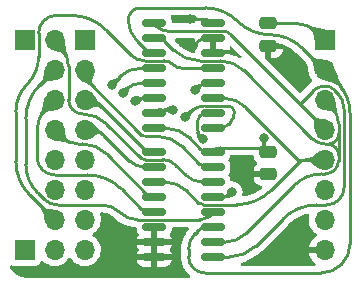
<source format=gbr>
%TF.GenerationSoftware,KiCad,Pcbnew,(6.0.1)*%
%TF.CreationDate,2022-09-16T08:00:14-07:00*%
%TF.ProjectId,takshaka-mux-board-rounded,74616b73-6861-46b6-912d-6d75782d626f,rev?*%
%TF.SameCoordinates,Original*%
%TF.FileFunction,Copper,L1,Top*%
%TF.FilePolarity,Positive*%
%FSLAX46Y46*%
G04 Gerber Fmt 4.6, Leading zero omitted, Abs format (unit mm)*
G04 Created by KiCad (PCBNEW (6.0.1)) date 2022-09-16 08:00:14*
%MOMM*%
%LPD*%
G01*
G04 APERTURE LIST*
G04 Aperture macros list*
%AMRoundRect*
0 Rectangle with rounded corners*
0 $1 Rounding radius*
0 $2 $3 $4 $5 $6 $7 $8 $9 X,Y pos of 4 corners*
0 Add a 4 corners polygon primitive as box body*
4,1,4,$2,$3,$4,$5,$6,$7,$8,$9,$2,$3,0*
0 Add four circle primitives for the rounded corners*
1,1,$1+$1,$2,$3*
1,1,$1+$1,$4,$5*
1,1,$1+$1,$6,$7*
1,1,$1+$1,$8,$9*
0 Add four rect primitives between the rounded corners*
20,1,$1+$1,$2,$3,$4,$5,0*
20,1,$1+$1,$4,$5,$6,$7,0*
20,1,$1+$1,$6,$7,$8,$9,0*
20,1,$1+$1,$8,$9,$2,$3,0*%
G04 Aperture macros list end*
%TA.AperFunction,SMDPad,CuDef*%
%ADD10RoundRect,0.150000X0.825000X0.150000X-0.825000X0.150000X-0.825000X-0.150000X0.825000X-0.150000X0*%
%TD*%
%TA.AperFunction,SMDPad,CuDef*%
%ADD11RoundRect,0.250000X-0.475000X0.250000X-0.475000X-0.250000X0.475000X-0.250000X0.475000X0.250000X0*%
%TD*%
%TA.AperFunction,ComponentPad*%
%ADD12R,1.700000X1.700000*%
%TD*%
%TA.AperFunction,ComponentPad*%
%ADD13O,1.700000X1.700000*%
%TD*%
%TA.AperFunction,SMDPad,CuDef*%
%ADD14RoundRect,0.150000X-0.825000X-0.150000X0.825000X-0.150000X0.825000X0.150000X-0.825000X0.150000X0*%
%TD*%
%TA.AperFunction,ViaPad*%
%ADD15C,0.800000*%
%TD*%
%TA.AperFunction,Conductor*%
%ADD16C,0.250000*%
%TD*%
G04 APERTURE END LIST*
D10*
%TO.P,U2,16,VDD*%
%TO.N,+3V3_A*%
X99875000Y-81145000D03*
%TO.P,U2,15,X2*%
%TO.N,P_S_MOD*%
X99875000Y-79875000D03*
%TO.P,U2,14,X1*%
%TO.N,P_D_MOD*%
X99875000Y-78605000D03*
%TO.P,U2,13,X0*%
%TO.N,DECAY*%
X99875000Y-77335000D03*
%TO.P,U2,12,X3*%
%TO.N,P_H_MOD*%
X99875000Y-76065000D03*
%TO.P,U2,11,A*%
%TO.N,CHANNEL_SELECT_A*%
X99875000Y-74795000D03*
%TO.P,U2,10,B*%
%TO.N,CHANNEL_SELECT_B*%
X99875000Y-73525000D03*
%TO.P,U2,9,C*%
%TO.N,CHANNEL_SELECT_C*%
X99875000Y-72255000D03*
%TO.P,U2,8,VSS*%
%TO.N,GND*%
X104825000Y-72255000D03*
%TO.P,U2,7,VEE*%
X104825000Y-73525000D03*
%TO.P,U2,6,Inh*%
X104825000Y-74795000D03*
%TO.P,U2,5,X5*%
%TO.N,S_D_MOD*%
X104825000Y-76065000D03*
%TO.P,U2,4,X7*%
%TO.N,S_C_MOD*%
X104825000Y-77335000D03*
%TO.P,U2,3,X*%
%TO.N,MUX_1_SIGNAL*%
X104825000Y-78605000D03*
%TO.P,U2,2,X6*%
%TO.N,S_S_MOD*%
X104825000Y-79875000D03*
%TO.P,U2,1,X4*%
%TO.N,SLITHER*%
X104825000Y-81145000D03*
%TD*%
D11*
%TO.P,C2,2*%
%TO.N,GND*%
X109510000Y-85030000D03*
%TO.P,C2,1*%
%TO.N,+3V3_A*%
X109510000Y-83130000D03*
%TD*%
%TO.P,C1,2*%
%TO.N,GND*%
X109510000Y-74160000D03*
%TO.P,C1,1*%
%TO.N,+3V3_A*%
X109510000Y-72260000D03*
%TD*%
D12*
%TO.P,J3,1,Pin_1*%
%TO.N,DRIFT*%
X93980000Y-73660000D03*
D13*
%TO.P,J3,2,Pin_2*%
%TO.N,SHIFT*%
X91440000Y-73660000D03*
%TO.P,J3,3,Pin_3*%
%TO.N,RUMBLE*%
X93980000Y-76200000D03*
%TO.P,J3,4,Pin_4*%
%TO.N,HOWL*%
X91440000Y-76200000D03*
%TO.P,J3,5,Pin_5*%
%TO.N,RES*%
X93980000Y-78740000D03*
%TO.P,J3,6,Pin_6*%
%TO.N,DRIVE*%
X91440000Y-78740000D03*
%TO.P,J3,7,Pin_7*%
%TO.N,ATTACK*%
X93980000Y-81280000D03*
%TO.P,J3,8,Pin_8*%
%TO.N,SUSTAIN*%
X91440000Y-81280000D03*
%TO.P,J3,9,Pin_9*%
%TO.N,DECAY*%
X93980000Y-83820000D03*
%TO.P,J3,10,Pin_10*%
%TO.N,P_D_MOD*%
X91440000Y-83820000D03*
%TO.P,J3,11,Pin_11*%
%TO.N,P_S_MOD*%
X93980000Y-86360000D03*
%TO.P,J3,12,Pin_12*%
%TO.N,P_H_MOD*%
X91440000Y-86360000D03*
%TO.P,J3,13,Pin_13*%
%TO.N,SLITHER*%
X93980000Y-88900000D03*
%TO.P,J3,14,Pin_14*%
%TO.N,S_D_MOD*%
X91440000Y-88900000D03*
%TO.P,J3,15,Pin_15*%
%TO.N,S_S_MOD*%
X93980000Y-91440000D03*
%TO.P,J3,16,Pin_16*%
%TO.N,S_C_MOD*%
X91440000Y-91440000D03*
%TD*%
D14*
%TO.P,U1,16,VDD*%
%TO.N,+3V3_A*%
X104825000Y-83155000D03*
%TO.P,U1,15,X2*%
%TO.N,RUMBLE*%
X104825000Y-84425000D03*
%TO.P,U1,14,X1*%
%TO.N,SHIFT*%
X104825000Y-85695000D03*
%TO.P,U1,13,X0*%
%TO.N,DRIFT*%
X104825000Y-86965000D03*
%TO.P,U1,12,X3*%
%TO.N,HOWL*%
X104825000Y-88235000D03*
%TO.P,U1,11,A*%
%TO.N,CHANNEL_SELECT_A*%
X104825000Y-89505000D03*
%TO.P,U1,10,B*%
%TO.N,CHANNEL_SELECT_B*%
X104825000Y-90775000D03*
%TO.P,U1,9,C*%
%TO.N,CHANNEL_SELECT_C*%
X104825000Y-92045000D03*
%TO.P,U1,8,VSS*%
%TO.N,GND*%
X99875000Y-92045000D03*
%TO.P,U1,7,VEE*%
X99875000Y-90775000D03*
%TO.P,U1,6,Inh*%
X99875000Y-89505000D03*
%TO.P,U1,5,X5*%
%TO.N,DRIVE*%
X99875000Y-88235000D03*
%TO.P,U1,4,X7*%
%TO.N,SUSTAIN*%
X99875000Y-86965000D03*
%TO.P,U1,3,X*%
%TO.N,MUX_1_SIGNAL*%
X99875000Y-85695000D03*
%TO.P,U1,2,X6*%
%TO.N,ATTACK*%
X99875000Y-84425000D03*
%TO.P,U1,1,X4*%
%TO.N,RES*%
X99875000Y-83155000D03*
%TD*%
D12*
%TO.P,J4,1,Pin_1*%
%TO.N,+3V3_A*%
X114300000Y-73660000D03*
D13*
%TO.P,J4,2,Pin_2*%
%TO.N,CHANNEL_SELECT_A*%
X114300000Y-76200000D03*
%TO.P,J4,3,Pin_3*%
%TO.N,CHANNEL_SELECT_B*%
X114300000Y-78740000D03*
%TO.P,J4,4,Pin_4*%
%TO.N,CHANNEL_SELECT_C*%
X114300000Y-81280000D03*
%TO.P,J4,5,Pin_5*%
%TO.N,MUX_1_SIGNAL*%
X114300000Y-83820000D03*
%TO.P,J4,6,Pin_6*%
%TO.N,MUX_2_SIGNAL*%
X114300000Y-86360000D03*
%TO.P,J4,7,Pin_7*%
%TO.N,unconnected-(J4-Pad7)*%
X114300000Y-88900000D03*
%TO.P,J4,8,Pin_8*%
%TO.N,GND*%
X114300000Y-91440000D03*
%TD*%
D12*
%TO.P,J1,1,Pin_1*%
%TO.N,unconnected-(J1-Pad1)*%
X88900000Y-73660000D03*
%TD*%
%TO.P,J2,1,Pin_1*%
%TO.N,unconnected-(J2-Pad1)*%
X88900000Y-91440000D03*
%TD*%
D15*
%TO.N,GND*%
X107630000Y-84990000D03*
X97560000Y-90790000D03*
X102900000Y-71910000D03*
X103190000Y-74150000D03*
X110930000Y-75290000D03*
%TO.N,S_C_MOD*%
X103348500Y-77909600D03*
%TO.N,S_S_MOD*%
X103987700Y-82073100D03*
%TO.N,SLITHER*%
X102470000Y-80220000D03*
%TO.N,P_H_MOD*%
X96270000Y-77450000D03*
%TO.N,P_S_MOD*%
X101463400Y-79557300D03*
%TO.N,P_D_MOD*%
X98274100Y-78814300D03*
%TO.N,DECAY*%
X97230000Y-78160000D03*
%TO.N,DRIFT*%
X106434800Y-86550100D03*
%TO.N,+3V3_A*%
X109155400Y-81947300D03*
%TD*%
D16*
%TO.N,SHIFT*%
X100581451Y-83790000D02*
X99063390Y-83790000D01*
%TO.N,RUMBLE*%
X100114900Y-81803600D02*
X99071506Y-81803600D01*
%TO.N,HOWL*%
X90005750Y-86624250D02*
X90496341Y-87114841D01*
%TO.N,CHANNEL_SELECT_B*%
X114580100Y-82493000D02*
X114482836Y-82493000D01*
%TO.N,CHANNEL_SELECT_C*%
X114290497Y-77564300D02*
X114340740Y-77564300D01*
X114256800Y-77564300D02*
X114290497Y-77564300D01*
%TO.N,MUX_1_SIGNAL*%
X104006066Y-87600000D02*
G75*
G02*
X103583103Y-87424803I-1J598157D01*
G01*
X112131048Y-83886651D02*
G75*
G02*
X112131049Y-84019949I-66649J-66649D01*
G01*
X112264350Y-83886650D02*
G75*
G02*
X112131049Y-83886650I-66650J66652D01*
G01*
X105837150Y-78605001D02*
G75*
G02*
X107565003Y-79320692I4J-2443567D01*
G01*
X106860527Y-87599999D02*
G75*
G03*
X109746343Y-86404654I-4J4081170D01*
G01*
X112264350Y-83886650D02*
G75*
G02*
X112425257Y-83820000I160902J-160894D01*
G01*
X100864150Y-85695000D02*
G75*
G02*
X102552734Y-86394434I4J-2388009D01*
G01*
X113521550Y-83820000D02*
X112727850Y-83820000D01*
X112264350Y-83886650D02*
X112131049Y-84019949D01*
%TO.N,CHANNEL_SELECT_C*%
X100974376Y-72898999D02*
G75*
G02*
X100197001Y-72576999I4J1099384D01*
G01*
X114445801Y-87630000D02*
G75*
G03*
X115945800Y-86130001I-2J1500001D01*
G01*
X112214250Y-79074401D02*
G75*
G02*
X112231577Y-79081577I1J-24502D01*
G01*
X106176850Y-92044999D02*
G75*
G03*
X108484601Y-91089096I-5J3263664D01*
G01*
X114299999Y-81215000D02*
G75*
G03*
X114254038Y-81104038I-156929J-2D01*
G01*
X113330523Y-77947976D02*
G75*
G02*
X114256800Y-77564300I926275J-926274D01*
G01*
X105679673Y-72899000D02*
G75*
G02*
X106275499Y-73145799I0J-842625D01*
G01*
X110748355Y-88825344D02*
G75*
G02*
X113634172Y-87630000I2885813J-2885809D01*
G01*
X114340740Y-77564301D02*
G75*
G02*
X115123725Y-77888627I-7J-1107320D01*
G01*
X115945799Y-79521327D02*
G75*
G03*
X115372600Y-78137500I-1957027J0D01*
G01*
X112196922Y-79067222D02*
G75*
G03*
X112214250Y-79074400I17330J17331D01*
G01*
X112214250Y-79074399D02*
G75*
G02*
X112211277Y-79067222I0J4204D01*
G01*
X112211277Y-79067222D02*
G75*
G02*
X112196922Y-79067222I-7177J7178D01*
G01*
%TO.N,CHANNEL_SELECT_B*%
X115477200Y-81595900D02*
G75*
G02*
X114580100Y-82493000I-897102J2D01*
G01*
X114580100Y-82493000D02*
G75*
G02*
X115477200Y-83390100I0J-897100D01*
G01*
X103760138Y-75430000D02*
G75*
G02*
X101460600Y-74477500I2J3252041D01*
G01*
X105478685Y-75430000D02*
G75*
G02*
X107427032Y-76237032I-1J-2755380D01*
G01*
X114348878Y-84995400D02*
G75*
G03*
X115477200Y-83867078I0J1128322D01*
G01*
X100191550Y-73525000D02*
G75*
G02*
X100731934Y-73748834I1J-764216D01*
G01*
X115477200Y-80749606D02*
G75*
G03*
X114888600Y-79328600I-2009615J-4D01*
G01*
X111701056Y-85981743D02*
G75*
G02*
X114082300Y-84995400I2381243J-2381243D01*
G01*
X114482836Y-82493000D02*
G75*
G02*
X113117430Y-81927430I2J1930979D01*
G01*
X105866400Y-90774999D02*
G75*
G03*
X107644180Y-90038617I-3J2514166D01*
G01*
X115477200Y-81595900D02*
X115477200Y-83390100D01*
%TO.N,CHANNEL_SELECT_A*%
X98397931Y-73726831D02*
G75*
G02*
X97670000Y-71969450I1757383J1757382D01*
G01*
X116449600Y-79869596D02*
G75*
G03*
X115374800Y-77274800I-3669599J-2D01*
G01*
X114270000Y-76200000D02*
G75*
G02*
X114218786Y-76178786I3J72433D01*
G01*
X109656650Y-73210000D02*
G75*
G02*
X112376668Y-74336668I2J-3846682D01*
G01*
X103185000Y-92985000D02*
G75*
G02*
X102770000Y-91983101I1001892J1001896D01*
G01*
X113957906Y-93399999D02*
G75*
G03*
X115719799Y-92670199I-1J2491697D01*
G01*
X104186898Y-93400000D02*
G75*
G02*
X103185000Y-92985000I-1J1416894D01*
G01*
X114270000Y-76200001D02*
G75*
G02*
X114321212Y-76221214I0J-72426D01*
G01*
X104188167Y-70940001D02*
G75*
G02*
X106928299Y-72075001I4J-3875124D01*
G01*
X109656650Y-73210000D02*
G75*
G02*
X106936631Y-72083331I1J3846689D01*
G01*
X103539124Y-89840875D02*
G75*
G02*
X104350000Y-89505000I810875J-810877D01*
G01*
X102770000Y-91391352D02*
G75*
G02*
X103322500Y-90057500I1886348J1D01*
G01*
X97670000Y-71969450D02*
G75*
G02*
X98699450Y-70940000I1029447J3D01*
G01*
X99670550Y-74794999D02*
G75*
G02*
X99321533Y-74650431I-2J493581D01*
G01*
X115719800Y-92670200D02*
G75*
G03*
X116449600Y-90908306I-1761898J1761895D01*
G01*
%TO.N,S_C_MOD*%
X103635800Y-77622300D02*
G75*
G02*
X104329403Y-77335000I693598J-693589D01*
G01*
%TO.N,S_S_MOD*%
X103729250Y-80080750D02*
G75*
G02*
X104225974Y-79875000I496719J-496712D01*
G01*
X103755600Y-81841000D02*
G75*
G02*
X103523500Y-81280661I560331J560336D01*
G01*
X103523501Y-80577474D02*
G75*
G02*
X103729251Y-80080751I702461J5D01*
G01*
%TO.N,S_D_MOD*%
X102255776Y-76064999D02*
G75*
G02*
X101478401Y-75742999I4J1099384D01*
G01*
X99053355Y-75420999D02*
G75*
G02*
X97922646Y-74952644I-3J1599059D01*
G01*
X100701023Y-75421001D02*
G75*
G02*
X101478399Y-75743001I0J-1099377D01*
G01*
X92859527Y-71580000D02*
G75*
G02*
X95745344Y-72775344I4J-4081153D01*
G01*
X89112700Y-77407500D02*
G75*
G03*
X90075400Y-75083336I-2324172J2324167D01*
G01*
X89345344Y-86805344D02*
G75*
G02*
X88150000Y-83919527I2885809J2885813D01*
G01*
X88150001Y-79731663D02*
G75*
G02*
X89112701Y-77407501I3286855J3D01*
G01*
X90075400Y-73079998D02*
G75*
G02*
X91575398Y-71580000I1499997J1D01*
G01*
%TO.N,SLITHER*%
X105320000Y-81144999D02*
G75*
G03*
X106165017Y-80794981I0J1195031D01*
G01*
X106115000Y-79240000D02*
G75*
G02*
X106650000Y-79775000I1J-534999D01*
G01*
X102960000Y-79730000D02*
G75*
G02*
X104142964Y-79240000I1182959J-1182951D01*
G01*
X106271697Y-80688302D02*
G75*
G03*
X106650000Y-79775000I-913305J913304D01*
G01*
%TO.N,P_H_MOD*%
X96962500Y-76757500D02*
G75*
G02*
X98634342Y-76065000I1671837J-1671828D01*
G01*
%TO.N,P_S_MOD*%
X100033850Y-79716150D02*
G75*
G02*
X100417347Y-79557300I383494J-383488D01*
G01*
%TO.N,P_D_MOD*%
X98378750Y-78709650D02*
G75*
G02*
X98631397Y-78605000I252643J-252637D01*
G01*
%TO.N,DECAY*%
X97642500Y-77747500D02*
G75*
G02*
X98638363Y-77335000I995860J-995856D01*
G01*
%TO.N,SUSTAIN*%
X99685250Y-86964999D02*
G75*
G02*
X99361327Y-86830825I0J458097D01*
G01*
X93795550Y-82455300D02*
G75*
G02*
X95827433Y-83296933I1J-2873515D01*
G01*
X93429291Y-82455299D02*
G75*
G02*
X92022651Y-81872649I0J1989290D01*
G01*
X91443535Y-81293535D02*
G75*
G02*
X91440000Y-81285000I8528J8532D01*
G01*
%TO.N,ATTACK*%
X99087650Y-84424999D02*
G75*
G02*
X97743560Y-83868258I3J1900838D01*
G01*
X94567650Y-81280000D02*
G75*
G02*
X95570831Y-81695531I3J-1418704D01*
G01*
%TO.N,DRIVE*%
X89950000Y-81283589D02*
G75*
G02*
X90695000Y-79485000I2543584J2D01*
G01*
X91449998Y-85090000D02*
G75*
G02*
X89950000Y-83590001I1J1499999D01*
G01*
X99461650Y-88234999D02*
G75*
G02*
X98756018Y-87942716I0J997915D01*
G01*
X94212827Y-85090000D02*
G75*
G02*
X97098644Y-86285344I4J-4081153D01*
G01*
%TO.N,RES*%
X94395000Y-78740001D02*
G75*
G02*
X95103448Y-79033450I3J-1001891D01*
G01*
X99550000Y-83155000D02*
G75*
G02*
X98995190Y-82925190I2J784623D01*
G01*
%TO.N,HOWL*%
X91740045Y-87630000D02*
G75*
G02*
X90496341Y-87114841I2J1758868D01*
G01*
X89000000Y-80330472D02*
G75*
G02*
X90195344Y-77444655I4081153J4D01*
G01*
X103740987Y-88870000D02*
G75*
G03*
X104507500Y-88552500I-4J1084022D01*
G01*
X90005750Y-86624250D02*
G75*
G02*
X89000000Y-84196154I2428087J2428092D01*
G01*
X98431512Y-88870000D02*
G75*
G02*
X96934700Y-88250000I1J2116813D01*
G01*
X95437887Y-87630001D02*
G75*
G02*
X96934699Y-88250001I3J-2116806D01*
G01*
%TO.N,RUMBLE*%
X94227628Y-77148028D02*
G75*
G02*
X93980000Y-76550200I597825J597826D01*
G01*
X104396500Y-84425000D02*
G75*
G02*
X103665004Y-84122004I4J1034500D01*
G01*
X100114900Y-81803601D02*
G75*
G02*
X102217542Y-82674544I3J-2973579D01*
G01*
X99071506Y-81803599D02*
G75*
G02*
X98750049Y-81670447I-1J454608D01*
G01*
%TO.N,SHIFT*%
X99063390Y-83789999D02*
G75*
G02*
X98717035Y-83646535I-2J489815D01*
G01*
X93800600Y-79915400D02*
G75*
G02*
X95824033Y-80753533I3J-2861560D01*
G01*
X92615299Y-75896362D02*
G75*
G03*
X92027650Y-74477650I-2006366J-2D01*
G01*
X100581451Y-83790000D02*
G75*
G02*
X101666572Y-84239472I-1J-1534594D01*
G01*
X93800600Y-79915400D02*
G75*
G02*
X92615300Y-78730100I1J1185301D01*
G01*
X91521317Y-73971317D02*
G75*
G02*
X91440000Y-73775000I196311J196314D01*
G01*
X103973550Y-85695000D02*
G75*
G02*
X102520033Y-85092933I4J2055591D01*
G01*
%TO.N,DRIFT*%
X105726521Y-86965000D02*
G75*
G03*
X106227350Y-86757550I-4J708288D01*
G01*
%TO.N,GND*%
X103502500Y-73837500D02*
G75*
G02*
X104256941Y-73525000I754440J-754437D01*
G01*
X104236048Y-71910001D02*
G75*
G02*
X104652499Y-72082501I1J-588949D01*
G01*
%TO.N,+3V3_A*%
X105014800Y-82965200D02*
G75*
G02*
X105473017Y-82775400I458214J-458208D01*
G01*
X100954450Y-81145001D02*
G75*
G02*
X102797185Y-81908287I2J-2606018D01*
G01*
X111910050Y-72260001D02*
G75*
G02*
X113599999Y-72960001I0J-2389950D01*
G01*
X104556582Y-83154999D02*
G75*
G03*
X105014799Y-82965199I-4J648028D01*
G01*
X109155400Y-82524659D02*
G75*
G02*
X108904659Y-82775400I-250743J2D01*
G01*
X108904659Y-82775400D02*
G75*
G02*
X109332700Y-82952700I3J-605334D01*
G01*
X109332700Y-82952700D02*
G75*
G02*
X109155400Y-82524659I428034J428038D01*
G01*
X104434450Y-83154999D02*
G75*
G02*
X103767739Y-82878839I-1J942869D01*
G01*
%TO.N,GND*%
X104652500Y-72082500D02*
X104825000Y-72255000D01*
X102900000Y-71910000D02*
X104236048Y-71910000D01*
X103190000Y-74150000D02*
X103502500Y-73837500D01*
X104256941Y-73525000D02*
X104825000Y-73525000D01*
%TO.N,S_S_MOD*%
X104225974Y-79875000D02*
X104825000Y-79875000D01*
X103523500Y-81280661D02*
X103523500Y-80577474D01*
X103987700Y-82073100D02*
X103755600Y-81841000D01*
%TO.N,SLITHER*%
X106115000Y-79240000D02*
X104142964Y-79240000D01*
X102470000Y-80220000D02*
X102960000Y-79730000D01*
X105320000Y-81145000D02*
X104825000Y-81145000D01*
X106165017Y-80794981D02*
X106271697Y-80688302D01*
%TO.N,DECAY*%
X97230000Y-78160000D02*
X97642500Y-77747500D01*
X98638363Y-77335000D02*
X99875000Y-77335000D01*
%TO.N,P_H_MOD*%
X98634342Y-76065000D02*
X99875000Y-76065000D01*
X96270000Y-77450000D02*
X96962500Y-76757500D01*
%TO.N,SHIFT*%
X91440000Y-73775000D02*
X91440000Y-73660000D01*
X92615300Y-75896362D02*
X92615300Y-78730100D01*
X92027650Y-74477650D02*
X91521317Y-73971317D01*
X98717035Y-83646535D02*
X95824033Y-80753533D01*
X103973550Y-85695000D02*
X104825000Y-85695000D01*
X101666572Y-84239472D02*
X102520033Y-85092933D01*
%TO.N,CHANNEL_SELECT_B*%
X105866400Y-90775000D02*
X104825000Y-90775000D01*
X111701056Y-85981743D02*
X107644181Y-90038618D01*
X115477200Y-83390100D02*
X115477200Y-83867078D01*
X114348878Y-84995400D02*
X114082300Y-84995400D01*
%TO.N,CHANNEL_SELECT_C*%
X113330523Y-77947976D02*
X112211277Y-79067222D01*
X115123726Y-77888626D02*
X115372600Y-78137500D01*
X114445801Y-87630000D02*
X113634172Y-87630000D01*
X115945800Y-86130001D02*
X115945800Y-79521327D01*
X108484602Y-91089097D02*
X110748355Y-88825344D01*
X106176850Y-92045000D02*
X104825000Y-92045000D01*
%TO.N,RUMBLE*%
X103665004Y-84122004D02*
X102217543Y-82674543D01*
X104396500Y-84425000D02*
X104825000Y-84425000D01*
X94227628Y-77148028D02*
X98750048Y-81670448D01*
X93980000Y-76550200D02*
X93980000Y-76200000D01*
%TO.N,RES*%
X94395000Y-78740000D02*
X93980000Y-78740000D01*
X99550000Y-83155000D02*
X99875000Y-83155000D01*
X95103449Y-79033449D02*
X98995190Y-82925190D01*
%TO.N,DRIVE*%
X90695000Y-79485000D02*
X91440000Y-78740000D01*
X89950000Y-81283589D02*
X89950000Y-83590001D01*
X91449998Y-85090000D02*
X94212827Y-85090000D01*
X99461650Y-88235000D02*
X99875000Y-88235000D01*
X98756017Y-87942717D02*
X97098644Y-86285344D01*
%TO.N,HOWL*%
X90195344Y-77444655D02*
X91440000Y-76200000D01*
X89000000Y-80330472D02*
X89000000Y-84196154D01*
X103740987Y-88870000D02*
X98431512Y-88870000D01*
X91740045Y-87630000D02*
X95437887Y-87630000D01*
X104507500Y-88552500D02*
X104825000Y-88235000D01*
%TO.N,SUSTAIN*%
X91440000Y-81285000D02*
X91440000Y-81280000D01*
X92022650Y-81872650D02*
X91443535Y-81293535D01*
X93795550Y-82455300D02*
X93429291Y-82455300D01*
X99361326Y-86830826D02*
X95827433Y-83296933D01*
X99685250Y-86965000D02*
X99875000Y-86965000D01*
%TO.N,S_D_MOD*%
X102255776Y-76065000D02*
X104825000Y-76065000D01*
X97922645Y-74952645D02*
X95745344Y-72775344D01*
X99053355Y-75421000D02*
X100701023Y-75421000D01*
X90075400Y-75083336D02*
X90075400Y-73079998D01*
X92859527Y-71580000D02*
X91575398Y-71580000D01*
X88150000Y-83919527D02*
X88150000Y-79731663D01*
X89345344Y-86805344D02*
X91440000Y-88900000D01*
%TO.N,CHANNEL_SELECT_A*%
X106928300Y-72075000D02*
X106936631Y-72083331D01*
X114218786Y-76178786D02*
X112376668Y-74336668D01*
X104188167Y-70940000D02*
X98699450Y-70940000D01*
X98397931Y-73726831D02*
X99321532Y-74650432D01*
X99670550Y-74795000D02*
X99875000Y-74795000D01*
X115374800Y-77274800D02*
X114321213Y-76221213D01*
X116449600Y-79869596D02*
X116449600Y-90908306D01*
X113957906Y-93400000D02*
X104186898Y-93400000D01*
X102770000Y-91983101D02*
X102770000Y-91391352D01*
X103539124Y-89840875D02*
X103322500Y-90057500D01*
X104350000Y-89505000D02*
X104825000Y-89505000D01*
%TO.N,CHANNEL_SELECT_C*%
X114300000Y-81215000D02*
X114300000Y-81280000D01*
X112231577Y-79081577D02*
X114254038Y-81104038D01*
%TO.N,CHANNEL_SELECT_B*%
X115477200Y-81595900D02*
X115477200Y-80749606D01*
X114888600Y-79328600D02*
X114300000Y-78740000D01*
%TO.N,+3V3_A*%
X113600000Y-72960000D02*
X114300000Y-73660000D01*
X111910050Y-72260000D02*
X109510000Y-72260000D01*
%TO.N,MUX_1_SIGNAL*%
X113521550Y-83820000D02*
X114300000Y-83820000D01*
X105837150Y-78605000D02*
X104825000Y-78605000D01*
X112131049Y-83886650D02*
X107565004Y-79320691D01*
X112131049Y-84019949D02*
X109746344Y-86404655D01*
X104006066Y-87600000D02*
X106860527Y-87600000D01*
X103583103Y-87424803D02*
X102552734Y-86394434D01*
X100864150Y-85695000D02*
X99875000Y-85695000D01*
X112727850Y-83820000D02*
X112425257Y-83820000D01*
%TO.N,CHANNEL_SELECT_C*%
X100197000Y-72577000D02*
X99875000Y-72255000D01*
X100974376Y-72899000D02*
X105679673Y-72899000D01*
X106275499Y-73145799D02*
X112196922Y-79067222D01*
%TO.N,CHANNEL_SELECT_B*%
X100191550Y-73525000D02*
X99875000Y-73525000D01*
X101460600Y-74477500D02*
X100731934Y-73748834D01*
X103760138Y-75430000D02*
X105478685Y-75430000D01*
X107427032Y-76237032D02*
X113117430Y-81927430D01*
%TO.N,S_C_MOD*%
X104329403Y-77335000D02*
X104825000Y-77335000D01*
X103635800Y-77622300D02*
X103348500Y-77909600D01*
%TO.N,P_S_MOD*%
X100033850Y-79716150D02*
X99875000Y-79875000D01*
X101463400Y-79557300D02*
X100417347Y-79557300D01*
%TO.N,P_D_MOD*%
X98378750Y-78709650D02*
X98274100Y-78814300D01*
X98631397Y-78605000D02*
X99875000Y-78605000D01*
%TO.N,ATTACK*%
X97743559Y-83868259D02*
X95570831Y-81695531D01*
X99087650Y-84425000D02*
X99875000Y-84425000D01*
X94567650Y-81280000D02*
X93980000Y-81280000D01*
%TO.N,DRIFT*%
X106434800Y-86550100D02*
X106227350Y-86757550D01*
X105726521Y-86965000D02*
X104825000Y-86965000D01*
%TO.N,+3V3_A*%
X109155400Y-81947300D02*
X109155400Y-82524659D01*
X109332700Y-82952700D02*
X109510000Y-83130000D01*
X105473017Y-82775400D02*
X108904659Y-82775400D01*
X104556582Y-83155000D02*
X104434450Y-83155000D01*
X102797186Y-81908286D02*
X103767739Y-82878839D01*
X100954450Y-81145000D02*
X99875000Y-81145000D01*
%TD*%
%TA.AperFunction,Conductor*%
%TO.N,P_D_MOD*%
G36*
X98326739Y-78416383D02*
G01*
X98372758Y-78418532D01*
X98373190Y-78418560D01*
X98428752Y-78423221D01*
X98447614Y-78424804D01*
X98448006Y-78424843D01*
X98513606Y-78432663D01*
X98513638Y-78432667D01*
X98513940Y-78432707D01*
X98574330Y-78441506D01*
X98574449Y-78441524D01*
X98633102Y-78450687D01*
X98693433Y-78459585D01*
X98758769Y-78467573D01*
X98758789Y-78467575D01*
X98758871Y-78467585D01*
X98832912Y-78474068D01*
X98919049Y-78478413D01*
X99009259Y-78479820D01*
X99017477Y-78483376D01*
X99020776Y-78491519D01*
X99020776Y-78718993D01*
X99017349Y-78727266D01*
X99009789Y-78730671D01*
X98944897Y-78734634D01*
X98944466Y-78734727D01*
X98944463Y-78734727D01*
X98919795Y-78740028D01*
X98882723Y-78747994D01*
X98882230Y-78748200D01*
X98832299Y-78769045D01*
X98832296Y-78769046D01*
X98831768Y-78769267D01*
X98789549Y-78797639D01*
X98753581Y-78832294D01*
X98721380Y-78872421D01*
X98712765Y-78884900D01*
X98690462Y-78917204D01*
X98658412Y-78965726D01*
X98658265Y-78965943D01*
X98622722Y-79017221D01*
X98622335Y-79017747D01*
X98585768Y-79064679D01*
X98577980Y-79069099D01*
X98572593Y-79068502D01*
X98150301Y-78917204D01*
X98103086Y-78900288D01*
X98096453Y-78894272D01*
X98096180Y-78884900D01*
X98282677Y-78422171D01*
X98288948Y-78415779D01*
X98294074Y-78414858D01*
X98326739Y-78416383D01*
G37*
%TD.AperFunction*%
%TD*%
%TA.AperFunction,Conductor*%
%TO.N,MUX_1_SIGNAL*%
G36*
X113935666Y-83060936D02*
G01*
X114204222Y-83319193D01*
X114584327Y-83684721D01*
X114716231Y-83811567D01*
X114719819Y-83819771D01*
X114716231Y-83828433D01*
X113935666Y-84579064D01*
X113927327Y-84582329D01*
X113921970Y-84580912D01*
X113874275Y-84554999D01*
X113769335Y-84497985D01*
X113768452Y-84497452D01*
X113635630Y-84409087D01*
X113634983Y-84408624D01*
X113520972Y-84321029D01*
X113520691Y-84320806D01*
X113417672Y-84236518D01*
X113417667Y-84236514D01*
X113417590Y-84236451D01*
X113317673Y-84157995D01*
X113213184Y-84088100D01*
X113096225Y-84029309D01*
X113048648Y-84013669D01*
X112959294Y-83984296D01*
X112959292Y-83984295D01*
X112958898Y-83984166D01*
X112793306Y-83955215D01*
X112707553Y-83950873D01*
X112602658Y-83945562D01*
X112594569Y-83941721D01*
X112591550Y-83933877D01*
X112591550Y-83706123D01*
X112594977Y-83697850D01*
X112602658Y-83694438D01*
X112713278Y-83688836D01*
X112793306Y-83684784D01*
X112958898Y-83655833D01*
X112959292Y-83655704D01*
X112959294Y-83655703D01*
X113095811Y-83610826D01*
X113095810Y-83610826D01*
X113096225Y-83610690D01*
X113213184Y-83551899D01*
X113317673Y-83482004D01*
X113417590Y-83403548D01*
X113417672Y-83403481D01*
X113520691Y-83319193D01*
X113520972Y-83318970D01*
X113634983Y-83231375D01*
X113635630Y-83230912D01*
X113681957Y-83200091D01*
X113768452Y-83142547D01*
X113769342Y-83142011D01*
X113921971Y-83059088D01*
X113930876Y-83058150D01*
X113935666Y-83060936D01*
G37*
%TD.AperFunction*%
%TD*%
%TA.AperFunction,Conductor*%
%TO.N,CHANNEL_SELECT_B*%
G36*
X114586660Y-78452340D02*
G01*
X115095925Y-78464806D01*
X115104111Y-78468434D01*
X115106799Y-78472993D01*
X115162235Y-78649302D01*
X115162408Y-78649907D01*
X115203203Y-78809099D01*
X115203340Y-78809699D01*
X115231710Y-78950940D01*
X115231796Y-78951417D01*
X115252390Y-79081714D01*
X115252419Y-79081912D01*
X115269841Y-79208063D01*
X115288701Y-79336785D01*
X115313613Y-79474789D01*
X115313644Y-79474923D01*
X115313646Y-79474933D01*
X115339791Y-79588124D01*
X115349208Y-79628895D01*
X115349256Y-79629061D01*
X115349256Y-79629062D01*
X115380601Y-79738061D01*
X115400115Y-79805921D01*
X115400162Y-79806057D01*
X115400166Y-79806071D01*
X115467255Y-80001865D01*
X115466695Y-80010803D01*
X115460226Y-80016639D01*
X115246469Y-80095267D01*
X115237523Y-80094907D01*
X115231808Y-80089189D01*
X115161278Y-79936373D01*
X115161028Y-79935831D01*
X115074239Y-79818349D01*
X115058848Y-79805769D01*
X114976954Y-79738834D01*
X114976952Y-79738833D01*
X114976387Y-79738371D01*
X114867895Y-79687716D01*
X114749184Y-79658206D01*
X114747241Y-79657956D01*
X114620786Y-79641674D01*
X114620772Y-79641672D01*
X114620675Y-79641660D01*
X114620591Y-79641653D01*
X114620574Y-79641651D01*
X114482866Y-79629906D01*
X114482659Y-79629886D01*
X114412006Y-79622595D01*
X114336339Y-79614787D01*
X114335586Y-79614684D01*
X114233766Y-79597168D01*
X114181192Y-79588124D01*
X114179976Y-79587847D01*
X114025470Y-79543920D01*
X114018450Y-79538361D01*
X114016971Y-79532837D01*
X114001143Y-78450168D01*
X114004449Y-78441846D01*
X114013128Y-78438301D01*
X114586660Y-78452340D01*
G37*
%TD.AperFunction*%
%TD*%
%TA.AperFunction,Conductor*%
%TO.N,CHANNEL_SELECT_A*%
G36*
X99777231Y-74519856D02*
G01*
X100014924Y-74798935D01*
X100017680Y-74807455D01*
X100013603Y-74815428D01*
X100011626Y-74816788D01*
X99864944Y-74896844D01*
X99670132Y-75003167D01*
X99661228Y-75004122D01*
X99656710Y-75001603D01*
X99618866Y-74967625D01*
X99618865Y-74967624D01*
X99618622Y-74967406D01*
X99610616Y-74961733D01*
X99576792Y-74937766D01*
X99576784Y-74937761D01*
X99576530Y-74937581D01*
X99576261Y-74937432D01*
X99576254Y-74937427D01*
X99536027Y-74915063D01*
X99535817Y-74914946D01*
X99495709Y-74896789D01*
X99480236Y-74890493D01*
X99455503Y-74880430D01*
X99455377Y-74880378D01*
X99432536Y-74870774D01*
X99414515Y-74863197D01*
X99413939Y-74862936D01*
X99371734Y-74842309D01*
X99370842Y-74841823D01*
X99326350Y-74815038D01*
X99325375Y-74814382D01*
X99277610Y-74778648D01*
X99276724Y-74777915D01*
X99233450Y-74738351D01*
X99229657Y-74730239D01*
X99233072Y-74721443D01*
X99393609Y-74560906D01*
X99401882Y-74557479D01*
X99409408Y-74560222D01*
X99439670Y-74585651D01*
X99476404Y-74604858D01*
X99511930Y-74612836D01*
X99530487Y-74612112D01*
X99546173Y-74611501D01*
X99546175Y-74611501D01*
X99546782Y-74611477D01*
X99547374Y-74611327D01*
X99581091Y-74602780D01*
X99581095Y-74602779D01*
X99581496Y-74602677D01*
X99616606Y-74588330D01*
X99616786Y-74588240D01*
X99616795Y-74588236D01*
X99652571Y-74570366D01*
X99652574Y-74570365D01*
X99652645Y-74570329D01*
X99690040Y-74550627D01*
X99690289Y-74550500D01*
X99729307Y-74531117D01*
X99729987Y-74530805D01*
X99763808Y-74516649D01*
X99772761Y-74516616D01*
X99777231Y-74519856D01*
G37*
%TD.AperFunction*%
%TD*%
%TA.AperFunction,Conductor*%
%TO.N,S_S_MOD*%
G36*
X103657377Y-81403761D02*
G01*
X103662021Y-81410367D01*
X103678861Y-81473579D01*
X103706863Y-81529545D01*
X103707336Y-81530093D01*
X103707336Y-81530094D01*
X103718128Y-81542617D01*
X103742453Y-81570844D01*
X103743044Y-81571258D01*
X103743047Y-81571260D01*
X103784359Y-81600153D01*
X103784838Y-81600488D01*
X103785375Y-81600721D01*
X103832873Y-81621335D01*
X103832877Y-81621337D01*
X103833224Y-81621487D01*
X103833590Y-81621592D01*
X103833593Y-81621593D01*
X103844096Y-81624604D01*
X103886818Y-81636852D01*
X103886975Y-81636887D01*
X103886981Y-81636888D01*
X103915296Y-81643106D01*
X103944825Y-81649591D01*
X104006206Y-81662664D01*
X104006668Y-81662772D01*
X104070450Y-81679121D01*
X104071359Y-81679394D01*
X104129258Y-81699361D01*
X104135962Y-81705298D01*
X104137139Y-81710769D01*
X104122383Y-82208186D01*
X104118712Y-82216354D01*
X104110341Y-82219534D01*
X104109005Y-82219417D01*
X103602314Y-82145770D01*
X103594620Y-82141189D01*
X103592523Y-82136482D01*
X103577420Y-82060805D01*
X103577418Y-82060796D01*
X103577405Y-82060731D01*
X103560333Y-81989220D01*
X103542936Y-81926576D01*
X103525230Y-81869326D01*
X103507228Y-81813997D01*
X103488980Y-81757229D01*
X103488911Y-81757008D01*
X103470439Y-81695370D01*
X103470343Y-81695030D01*
X103451634Y-81624987D01*
X103451539Y-81624604D01*
X103432583Y-81542617D01*
X103432503Y-81542243D01*
X103415565Y-81456266D01*
X103417328Y-81447486D01*
X103424953Y-81442492D01*
X103648624Y-81401867D01*
X103657377Y-81403761D01*
G37*
%TD.AperFunction*%
%TD*%
%TA.AperFunction,Conductor*%
%TO.N,P_S_MOD*%
G36*
X100357438Y-79438567D02*
G01*
X100361892Y-79446796D01*
X100369943Y-79541578D01*
X100381110Y-79673056D01*
X100378396Y-79681589D01*
X100371393Y-79685584D01*
X100331011Y-79692377D01*
X100331007Y-79692378D01*
X100330425Y-79692476D01*
X100290034Y-79708179D01*
X100259018Y-79730130D01*
X100235545Y-79757555D01*
X100217783Y-79789679D01*
X100203900Y-79825727D01*
X100203839Y-79825929D01*
X100192065Y-79864924D01*
X100180487Y-79906354D01*
X100180405Y-79906634D01*
X100167325Y-79949302D01*
X100167079Y-79950021D01*
X100153560Y-79985680D01*
X100147423Y-79992201D01*
X100142005Y-79993216D01*
X99775346Y-79973854D01*
X99767266Y-79969996D01*
X99764280Y-79961554D01*
X99764542Y-79959638D01*
X99847834Y-79584086D01*
X99852970Y-79576751D01*
X99857743Y-79575017D01*
X99909733Y-79568239D01*
X99909742Y-79568237D01*
X99909998Y-79568204D01*
X99910248Y-79568147D01*
X99910257Y-79568145D01*
X99940881Y-79561116D01*
X99961493Y-79556386D01*
X100006657Y-79541578D01*
X100048055Y-79524740D01*
X100048150Y-79524698D01*
X100048161Y-79524693D01*
X100088248Y-79506828D01*
X100088354Y-79506782D01*
X100129530Y-79488918D01*
X100130051Y-79488706D01*
X100174878Y-79471766D01*
X100175677Y-79471497D01*
X100206268Y-79462439D01*
X100226772Y-79456368D01*
X100227723Y-79456130D01*
X100287769Y-79443703D01*
X100288713Y-79443547D01*
X100348810Y-79436173D01*
X100357438Y-79438567D01*
G37*
%TD.AperFunction*%
%TD*%
%TA.AperFunction,Conductor*%
%TO.N,+3V3_A*%
G36*
X108960395Y-82652069D02*
G01*
X108961033Y-82652106D01*
X108982981Y-82653966D01*
X109012706Y-82656485D01*
X109013185Y-82656536D01*
X109040006Y-82660006D01*
X109061338Y-82662765D01*
X109105856Y-82669946D01*
X109146464Y-82677131D01*
X109183131Y-82683408D01*
X109215822Y-82687861D01*
X109244506Y-82689577D01*
X109269149Y-82687641D01*
X109289720Y-82681139D01*
X109593196Y-83092737D01*
X109593942Y-83093748D01*
X109593942Y-83093749D01*
X109702111Y-83240456D01*
X109704263Y-83249148D01*
X109699637Y-83256816D01*
X109690292Y-83258850D01*
X109019826Y-83118155D01*
X109012434Y-83113102D01*
X109010537Y-83106294D01*
X109010766Y-83099767D01*
X109010770Y-83099612D01*
X109011198Y-83077401D01*
X109011198Y-83077389D01*
X109011200Y-83077283D01*
X109010616Y-83050684D01*
X109008140Y-83021729D01*
X109002901Y-82992236D01*
X108994023Y-82964026D01*
X108980634Y-82938918D01*
X108961859Y-82918730D01*
X108960609Y-82918058D01*
X108937710Y-82905759D01*
X108937708Y-82905758D01*
X108936825Y-82905284D01*
X108935833Y-82905133D01*
X108935832Y-82905133D01*
X108914601Y-82901908D01*
X108906936Y-82897278D01*
X108904658Y-82890341D01*
X108904658Y-82662456D01*
X108908085Y-82654183D01*
X108916708Y-82650761D01*
X108960395Y-82652069D01*
G37*
%TD.AperFunction*%
%TD*%
%TA.AperFunction,Conductor*%
%TO.N,SUSTAIN*%
G36*
X99780374Y-86683934D02*
G01*
X99784673Y-86687257D01*
X100014939Y-86972936D01*
X100017463Y-86981526D01*
X100013172Y-86989386D01*
X100011352Y-86990592D01*
X99670183Y-87173216D01*
X99661271Y-87174099D01*
X99656753Y-87171524D01*
X99618496Y-87136439D01*
X99618492Y-87136436D01*
X99618295Y-87136255D01*
X99618086Y-87136096D01*
X99618081Y-87136092D01*
X99599278Y-87121805D01*
X99576519Y-87104512D01*
X99576297Y-87104372D01*
X99536770Y-87079486D01*
X99536762Y-87079481D01*
X99536601Y-87079380D01*
X99497603Y-87058334D01*
X99497539Y-87058302D01*
X99497514Y-87058289D01*
X99458679Y-87038901D01*
X99458579Y-87038851D01*
X99418835Y-87018532D01*
X99418358Y-87018273D01*
X99377104Y-86994708D01*
X99376399Y-86994272D01*
X99332422Y-86964839D01*
X99331660Y-86964283D01*
X99283912Y-86926417D01*
X99283212Y-86925815D01*
X99239242Y-86884900D01*
X99235520Y-86876756D01*
X99238939Y-86868062D01*
X99399498Y-86707503D01*
X99407771Y-86704076D01*
X99415359Y-86706871D01*
X99438344Y-86726465D01*
X99444197Y-86731454D01*
X99445629Y-86732675D01*
X99482399Y-86753192D01*
X99483062Y-86753377D01*
X99483064Y-86753378D01*
X99497960Y-86757537D01*
X99517988Y-86763130D01*
X99518693Y-86763152D01*
X99518695Y-86763152D01*
X99529879Y-86763496D01*
X99552934Y-86764206D01*
X99553524Y-86764103D01*
X99553527Y-86764103D01*
X99587361Y-86758208D01*
X99587363Y-86758207D01*
X99587779Y-86758135D01*
X99588174Y-86758006D01*
X99588179Y-86758005D01*
X99622827Y-86746711D01*
X99622828Y-86746711D01*
X99623060Y-86746635D01*
X99656328Y-86732675D01*
X99659238Y-86731454D01*
X99659239Y-86731454D01*
X99659319Y-86731420D01*
X99659376Y-86731394D01*
X99659406Y-86731381D01*
X99697041Y-86714232D01*
X99697187Y-86714167D01*
X99736653Y-86696835D01*
X99737216Y-86696605D01*
X99761912Y-86687258D01*
X99771424Y-86683658D01*
X99780374Y-86683934D01*
G37*
%TD.AperFunction*%
%TD*%
%TA.AperFunction,Conductor*%
%TO.N,SUSTAIN*%
G36*
X92093850Y-81000293D02*
G01*
X92235148Y-81003526D01*
X92243340Y-81007141D01*
X92246160Y-81012115D01*
X92288632Y-81166246D01*
X92288897Y-81167456D01*
X92314230Y-81321559D01*
X92314331Y-81322331D01*
X92328461Y-81468500D01*
X92328478Y-81468696D01*
X92339437Y-81606129D01*
X92339439Y-81606150D01*
X92339449Y-81606273D01*
X92355363Y-81734556D01*
X92384339Y-81852964D01*
X92434505Y-81961031D01*
X92513991Y-82058289D01*
X92566596Y-82096970D01*
X92630439Y-82143915D01*
X92630443Y-82143917D01*
X92630924Y-82144271D01*
X92631466Y-82144518D01*
X92631470Y-82144521D01*
X92783615Y-82214027D01*
X92789716Y-82220582D01*
X92789751Y-82228659D01*
X92751947Y-82332854D01*
X92733621Y-82383366D01*
X92712071Y-82442761D01*
X92706028Y-82449370D01*
X92697327Y-82449855D01*
X92500669Y-82383366D01*
X92323062Y-82332890D01*
X92322922Y-82332858D01*
X92322907Y-82332854D01*
X92168656Y-82297494D01*
X92168512Y-82297461D01*
X92124479Y-82289500D01*
X92030269Y-82272466D01*
X92030247Y-82272463D01*
X92030189Y-82272452D01*
X91901259Y-82253233D01*
X91774974Y-82235188D01*
X91774805Y-82235162D01*
X91673748Y-82218512D01*
X91644512Y-82213695D01*
X91644021Y-82213604D01*
X91502804Y-82184094D01*
X91502198Y-82183950D01*
X91343126Y-82141767D01*
X91342522Y-82141589D01*
X91166340Y-82084567D01*
X91159524Y-82078760D01*
X91158245Y-82073626D01*
X91158004Y-82058726D01*
X91140679Y-80990646D01*
X91143971Y-80982319D01*
X91152644Y-80978760D01*
X92093850Y-81000293D01*
G37*
%TD.AperFunction*%
%TD*%
%TA.AperFunction,Conductor*%
%TO.N,ATTACK*%
G36*
X94587232Y-80684946D02*
G01*
X94706811Y-80800534D01*
X94706897Y-80800617D01*
X94817893Y-80900213D01*
X94817975Y-80900281D01*
X94817977Y-80900283D01*
X94918127Y-80983659D01*
X94918143Y-80983672D01*
X94918190Y-80983711D01*
X95011951Y-81057072D01*
X95103337Y-81126259D01*
X95196459Y-81197195D01*
X95196553Y-81197267D01*
X95295537Y-81275881D01*
X95295759Y-81276063D01*
X95359699Y-81330171D01*
X95404721Y-81368270D01*
X95405027Y-81368538D01*
X95528260Y-81480397D01*
X95528544Y-81480664D01*
X95661830Y-81610006D01*
X95665381Y-81618226D01*
X95661955Y-81626675D01*
X95501076Y-81787554D01*
X95492803Y-81790981D01*
X95485380Y-81788325D01*
X95460279Y-81767721D01*
X95376025Y-81698564D01*
X95366586Y-81690816D01*
X95366585Y-81690815D01*
X95365996Y-81690332D01*
X95365302Y-81690017D01*
X95365299Y-81690015D01*
X95299959Y-81660346D01*
X95246774Y-81636196D01*
X95245829Y-81636101D01*
X95245826Y-81636100D01*
X95152329Y-81626675D01*
X95133254Y-81624752D01*
X95132370Y-81624939D01*
X95132368Y-81624939D01*
X95023409Y-81647976D01*
X95022780Y-81648109D01*
X94912697Y-81698373D01*
X94800351Y-81767653D01*
X94683085Y-81848057D01*
X94570348Y-81923583D01*
X94558537Y-81931495D01*
X94557930Y-81931875D01*
X94423714Y-82010348D01*
X94422612Y-82010916D01*
X94326442Y-82054089D01*
X94283196Y-82073503D01*
X94274245Y-82073765D01*
X94269521Y-82070443D01*
X93566361Y-81250082D01*
X93563578Y-81241571D01*
X93567630Y-81233585D01*
X93569629Y-81232203D01*
X94573485Y-80683093D01*
X94582388Y-80682130D01*
X94587232Y-80684946D01*
G37*
%TD.AperFunction*%
%TD*%
%TA.AperFunction,Conductor*%
%TO.N,RES*%
G36*
X94587001Y-78145174D02*
G01*
X94709833Y-78273213D01*
X94710192Y-78273605D01*
X94814405Y-78392612D01*
X94814745Y-78393019D01*
X94901186Y-78501261D01*
X94901411Y-78501554D01*
X94949461Y-78566514D01*
X94976697Y-78603335D01*
X94976831Y-78603519D01*
X95006953Y-78645938D01*
X95047583Y-78703155D01*
X95120289Y-78804766D01*
X95201478Y-78912516D01*
X95297729Y-79030641D01*
X95415621Y-79163375D01*
X95415682Y-79163439D01*
X95415691Y-79163448D01*
X95553760Y-79306685D01*
X95557034Y-79315020D01*
X95553609Y-79323078D01*
X95392581Y-79484106D01*
X95384308Y-79487533D01*
X95376735Y-79484751D01*
X95260687Y-79386182D01*
X95143973Y-79323033D01*
X95032229Y-79295817D01*
X94922869Y-79298064D01*
X94862797Y-79311904D01*
X94813683Y-79323219D01*
X94813678Y-79323221D01*
X94813307Y-79323306D01*
X94700960Y-79365074D01*
X94583241Y-79416899D01*
X94457798Y-79472211D01*
X94457307Y-79472413D01*
X94321820Y-79524663D01*
X94320880Y-79524981D01*
X94234666Y-79549910D01*
X94180291Y-79565633D01*
X94171392Y-79564639D01*
X94167266Y-79560822D01*
X93572782Y-78656949D01*
X93571099Y-78648154D01*
X93576128Y-78640745D01*
X93577331Y-78640052D01*
X94573334Y-78142807D01*
X94582267Y-78142178D01*
X94587001Y-78145174D01*
G37*
%TD.AperFunction*%
%TD*%
%TA.AperFunction,Conductor*%
%TO.N,RUMBLE*%
G36*
X93863792Y-75800432D02*
G01*
X94605306Y-76206677D01*
X94813240Y-76320595D01*
X94818849Y-76327575D01*
X94819085Y-76333181D01*
X94789555Y-76478830D01*
X94789308Y-76479820D01*
X94748041Y-76619487D01*
X94747868Y-76620026D01*
X94702728Y-76748869D01*
X94660211Y-76869349D01*
X94626837Y-76983978D01*
X94626782Y-76984322D01*
X94626781Y-76984327D01*
X94618767Y-77034552D01*
X94609039Y-77095514D01*
X94613252Y-77206717D01*
X94613448Y-77207398D01*
X94613448Y-77207400D01*
X94645717Y-77319681D01*
X94645908Y-77320345D01*
X94646249Y-77320945D01*
X94683406Y-77386314D01*
X94713443Y-77439158D01*
X94713808Y-77439583D01*
X94815225Y-77557687D01*
X94818015Y-77566196D01*
X94814622Y-77573582D01*
X94653545Y-77734659D01*
X94645272Y-77738086D01*
X94637248Y-77734901D01*
X94636992Y-77734659D01*
X94487757Y-77594030D01*
X94346809Y-77477775D01*
X94218959Y-77386314D01*
X94100494Y-77312036D01*
X93987704Y-77247332D01*
X93877017Y-77184670D01*
X93876708Y-77184488D01*
X93764575Y-77116368D01*
X93764032Y-77116016D01*
X93697442Y-77069954D01*
X93646620Y-77034799D01*
X93645934Y-77034287D01*
X93519385Y-76932302D01*
X93518736Y-76931738D01*
X93385184Y-76806860D01*
X93381482Y-76798706D01*
X93382590Y-76793330D01*
X93847586Y-75805709D01*
X93854210Y-75799684D01*
X93863792Y-75800432D01*
G37*
%TD.AperFunction*%
%TD*%
%TA.AperFunction,Conductor*%
%TO.N,DRIFT*%
G36*
X106194464Y-86397502D02*
G01*
X106572695Y-86419129D01*
X106580759Y-86423023D01*
X106583708Y-86431478D01*
X106583410Y-86433511D01*
X106494945Y-86805988D01*
X106462850Y-86941120D01*
X106457604Y-86948377D01*
X106452608Y-86950059D01*
X106379322Y-86957231D01*
X106379120Y-86957265D01*
X106379113Y-86957266D01*
X106340983Y-86963700D01*
X106309813Y-86968959D01*
X106248991Y-86983521D01*
X106248823Y-86983571D01*
X106193514Y-86999987D01*
X106193482Y-86999997D01*
X106193458Y-87000004D01*
X106193442Y-87000009D01*
X106193420Y-87000016D01*
X106139818Y-87017495D01*
X106139746Y-87017518D01*
X106084867Y-87035022D01*
X106084459Y-87035144D01*
X106024880Y-87051787D01*
X106024272Y-87051938D01*
X105980974Y-87061472D01*
X105956580Y-87066843D01*
X105955857Y-87066979D01*
X105876467Y-87079292D01*
X105875760Y-87079379D01*
X105792906Y-87087104D01*
X105784351Y-87084460D01*
X105780145Y-87076219D01*
X105765305Y-86849437D01*
X105768184Y-86840958D01*
X105775184Y-86837112D01*
X105836263Y-86827628D01*
X105891047Y-86805686D01*
X105931843Y-86774174D01*
X105961536Y-86734339D01*
X105983012Y-86687425D01*
X105999156Y-86634679D01*
X106012853Y-86577345D01*
X106026935Y-86516903D01*
X106027058Y-86516423D01*
X106044313Y-86454384D01*
X106044619Y-86453439D01*
X106065106Y-86398371D01*
X106071203Y-86391812D01*
X106076740Y-86390770D01*
X106194464Y-86397502D01*
G37*
%TD.AperFunction*%
%TD*%
%TA.AperFunction,Conductor*%
%TO.N,+3V3_A*%
G36*
X105271202Y-82680813D02*
G01*
X105276818Y-82688021D01*
X105290086Y-82737750D01*
X105323475Y-82862898D01*
X105335378Y-82907514D01*
X105334199Y-82916391D01*
X105327851Y-82921603D01*
X105285050Y-82936205D01*
X105285047Y-82936207D01*
X105284582Y-82936365D01*
X105242827Y-82958948D01*
X105242379Y-82959323D01*
X105211483Y-82985157D01*
X105211480Y-82985160D01*
X105211009Y-82985554D01*
X105187210Y-83015914D01*
X105169511Y-83049760D01*
X105155990Y-83086823D01*
X105144731Y-83126833D01*
X105144708Y-83126922D01*
X105144701Y-83126949D01*
X105133840Y-83169413D01*
X105133780Y-83169638D01*
X105121403Y-83214304D01*
X105121210Y-83214932D01*
X105108040Y-83253831D01*
X105102141Y-83260568D01*
X105096839Y-83261778D01*
X104866433Y-83259404D01*
X104715816Y-83257853D01*
X104742308Y-82931230D01*
X104742766Y-82925593D01*
X104747015Y-82873193D01*
X104751100Y-82865224D01*
X104755432Y-82862898D01*
X104809348Y-82847334D01*
X104809351Y-82847333D01*
X104809469Y-82847299D01*
X104862365Y-82829519D01*
X104908928Y-82811691D01*
X104951733Y-82793708D01*
X104993352Y-82775462D01*
X105036250Y-82756893D01*
X105036444Y-82756811D01*
X105056499Y-82748658D01*
X105083150Y-82737824D01*
X105083517Y-82737682D01*
X105136633Y-82718145D01*
X105137052Y-82718000D01*
X105199253Y-82697762D01*
X105199666Y-82697636D01*
X105262307Y-82679785D01*
X105271202Y-82680813D01*
G37*
%TD.AperFunction*%
%TD*%
%TA.AperFunction,Conductor*%
%TO.N,+3V3_A*%
G36*
X100013167Y-80878730D02*
G01*
X100055611Y-80900119D01*
X100055857Y-80900246D01*
X100099361Y-80923474D01*
X100138637Y-80944671D01*
X100175639Y-80963608D01*
X100212421Y-80980111D01*
X100212616Y-80980181D01*
X100212623Y-80980184D01*
X100250798Y-80993918D01*
X100250806Y-80993921D01*
X100251041Y-80994005D01*
X100251280Y-80994068D01*
X100251285Y-80994069D01*
X100293299Y-81005050D01*
X100293307Y-81005052D01*
X100293553Y-81005116D01*
X100293812Y-81005160D01*
X100293814Y-81005160D01*
X100341793Y-81013231D01*
X100342013Y-81013268D01*
X100342235Y-81013288D01*
X100342237Y-81013288D01*
X100350925Y-81014060D01*
X100398477Y-81018288D01*
X100398660Y-81018293D01*
X100398665Y-81018293D01*
X100453601Y-81019707D01*
X100461783Y-81023345D01*
X100465000Y-81031403D01*
X100465000Y-81258597D01*
X100461573Y-81266870D01*
X100453601Y-81270293D01*
X100398665Y-81271706D01*
X100398660Y-81271706D01*
X100398477Y-81271711D01*
X100350925Y-81275939D01*
X100342237Y-81276711D01*
X100342235Y-81276711D01*
X100342013Y-81276731D01*
X100341793Y-81276768D01*
X100293814Y-81284839D01*
X100293812Y-81284839D01*
X100293553Y-81284883D01*
X100293307Y-81284947D01*
X100293299Y-81284949D01*
X100251285Y-81295930D01*
X100251280Y-81295931D01*
X100251041Y-81295994D01*
X100250806Y-81296078D01*
X100250798Y-81296081D01*
X100212623Y-81309815D01*
X100212616Y-81309818D01*
X100212421Y-81309888D01*
X100175639Y-81326391D01*
X100138637Y-81345328D01*
X100138615Y-81345340D01*
X100138607Y-81345344D01*
X100099407Y-81366500D01*
X100099361Y-81366525D01*
X100055857Y-81389753D01*
X100055611Y-81389880D01*
X100013167Y-81411270D01*
X100004237Y-81411933D01*
X99999792Y-81409255D01*
X99913624Y-81326391D01*
X99733769Y-81153433D01*
X99730181Y-81145229D01*
X99733769Y-81136567D01*
X99843127Y-81031403D01*
X99979513Y-80900246D01*
X99999792Y-80880745D01*
X100008131Y-80877480D01*
X100013167Y-80878730D01*
G37*
%TD.AperFunction*%
%TD*%
%TA.AperFunction,Conductor*%
%TO.N,+3V3_A*%
G36*
X109278615Y-82528086D02*
G01*
X109281909Y-82534602D01*
X109285285Y-82556825D01*
X109298731Y-82581859D01*
X109318919Y-82600634D01*
X109319582Y-82600988D01*
X109319584Y-82600989D01*
X109336441Y-82609978D01*
X109344027Y-82614024D01*
X109357743Y-82618340D01*
X109371880Y-82622789D01*
X109371885Y-82622790D01*
X109372237Y-82622901D01*
X109372596Y-82622965D01*
X109372601Y-82622966D01*
X109401482Y-82628096D01*
X109401730Y-82628140D01*
X109430685Y-82630616D01*
X109457284Y-82631200D01*
X109457390Y-82631198D01*
X109457402Y-82631198D01*
X109468178Y-82630990D01*
X109479706Y-82630768D01*
X109479754Y-82630766D01*
X109479768Y-82630766D01*
X109481797Y-82630695D01*
X109486296Y-82630537D01*
X109494683Y-82633672D01*
X109498155Y-82639826D01*
X109517057Y-82729898D01*
X109592938Y-83091508D01*
X109592939Y-83091510D01*
X109625187Y-83245188D01*
X109625440Y-83246395D01*
X109638849Y-83310291D01*
X109637194Y-83319092D01*
X109629801Y-83324145D01*
X109620455Y-83322111D01*
X109473749Y-83213943D01*
X109473750Y-83213943D01*
X109061139Y-82909720D01*
X109067641Y-82889150D01*
X109069577Y-82864506D01*
X109067861Y-82835822D01*
X109063408Y-82803131D01*
X109057132Y-82766465D01*
X109049946Y-82725856D01*
X109042766Y-82681339D01*
X109040006Y-82660006D01*
X109039554Y-82656505D01*
X109036537Y-82633186D01*
X109036484Y-82632690D01*
X109036358Y-82631197D01*
X109032107Y-82581034D01*
X109032070Y-82580396D01*
X109030762Y-82536709D01*
X109033940Y-82528337D01*
X109042457Y-82524659D01*
X109270342Y-82524659D01*
X109278615Y-82528086D01*
G37*
%TD.AperFunction*%
%TD*%
%TA.AperFunction,Conductor*%
%TO.N,S_S_MOD*%
G36*
X104699846Y-79610397D02*
G01*
X104734155Y-79643390D01*
X104917481Y-79819686D01*
X104966231Y-79866567D01*
X104969819Y-79874771D01*
X104966231Y-79883433D01*
X104700192Y-80139270D01*
X104691853Y-80142535D01*
X104686843Y-80141298D01*
X104618628Y-80107133D01*
X104618513Y-80107075D01*
X104606098Y-80100686D01*
X104549668Y-80071646D01*
X104529105Y-80061550D01*
X104485621Y-80040201D01*
X104485604Y-80040193D01*
X104485469Y-80040127D01*
X104485304Y-80040057D01*
X104424059Y-80014100D01*
X104424055Y-80014099D01*
X104423799Y-80013990D01*
X104423544Y-80013910D01*
X104423534Y-80013906D01*
X104362876Y-79994808D01*
X104362872Y-79994807D01*
X104362513Y-79994694D01*
X104362139Y-79994629D01*
X104362136Y-79994628D01*
X104342122Y-79991137D01*
X104299467Y-79983697D01*
X104265290Y-79983064D01*
X104232971Y-79982465D01*
X104232966Y-79982465D01*
X104232516Y-79982457D01*
X104159515Y-79992432D01*
X104078319Y-80015082D01*
X103997162Y-80047693D01*
X103988208Y-80047598D01*
X103982151Y-80041683D01*
X103981412Y-80040057D01*
X103888254Y-79835344D01*
X103887946Y-79826395D01*
X103894431Y-79819686D01*
X103989988Y-79780160D01*
X103990822Y-79779852D01*
X103998703Y-79777273D01*
X104083901Y-79749399D01*
X104084750Y-79749156D01*
X104167441Y-79728980D01*
X104168202Y-79728821D01*
X104176245Y-79727417D01*
X104243441Y-79715684D01*
X104243892Y-79715616D01*
X104314643Y-79706304D01*
X104314709Y-79706296D01*
X104383412Y-79697647D01*
X104383432Y-79697644D01*
X104383552Y-79697629D01*
X104453177Y-79686393D01*
X104453355Y-79686352D01*
X104453363Y-79686350D01*
X104502601Y-79674883D01*
X104526307Y-79669363D01*
X104567033Y-79656003D01*
X104605483Y-79643390D01*
X104605489Y-79643388D01*
X104605729Y-79643309D01*
X104605960Y-79643209D01*
X104605968Y-79643206D01*
X104687088Y-79608093D01*
X104696042Y-79607951D01*
X104699846Y-79610397D01*
G37*
%TD.AperFunction*%
%TD*%
%TA.AperFunction,Conductor*%
%TO.N,SLITHER*%
G36*
X103214983Y-79386752D02*
G01*
X103332880Y-79580653D01*
X103334250Y-79589502D01*
X103329311Y-79596507D01*
X103234638Y-79658758D01*
X103234633Y-79658762D01*
X103234418Y-79658903D01*
X103151321Y-79724685D01*
X103151096Y-79724908D01*
X103151087Y-79724916D01*
X103110378Y-79765265D01*
X103086097Y-79789331D01*
X103085866Y-79789628D01*
X103035618Y-79854224D01*
X103035613Y-79854232D01*
X103035387Y-79854522D01*
X102995833Y-79921938D01*
X102964076Y-79993263D01*
X102936757Y-80070177D01*
X102910519Y-80154361D01*
X102910519Y-80154362D01*
X102882050Y-80247338D01*
X102881977Y-80247570D01*
X102850439Y-80343392D01*
X102844597Y-80350179D01*
X102839554Y-80351432D01*
X102340744Y-80361183D01*
X102332405Y-80357918D01*
X102328817Y-80349256D01*
X102338573Y-79850190D01*
X102342161Y-79841986D01*
X102346288Y-79839418D01*
X102378932Y-79827600D01*
X102448494Y-79802418D01*
X102448579Y-79802384D01*
X102448603Y-79802375D01*
X102541579Y-79765265D01*
X102541692Y-79765220D01*
X102558186Y-79757848D01*
X102622522Y-79729094D01*
X102622535Y-79729088D01*
X102622642Y-79729040D01*
X102622753Y-79728984D01*
X102622764Y-79728979D01*
X102695568Y-79692405D01*
X102695658Y-79692360D01*
X102695730Y-79692320D01*
X102695743Y-79692313D01*
X102764951Y-79653720D01*
X102764964Y-79653713D01*
X102765058Y-79653660D01*
X102835157Y-79611421D01*
X102910271Y-79564123D01*
X102994716Y-79510249D01*
X102994719Y-79510254D01*
X102994760Y-79510221D01*
X103092809Y-79448277D01*
X103162912Y-79405035D01*
X103198844Y-79382872D01*
X103207684Y-79381445D01*
X103214983Y-79386752D01*
G37*
%TD.AperFunction*%
%TD*%
%TA.AperFunction,Conductor*%
%TO.N,SLITHER*%
G36*
X104963139Y-80878656D02*
G01*
X105023011Y-80908342D01*
X105083149Y-80938588D01*
X105083172Y-80938599D01*
X105083196Y-80938611D01*
X105129165Y-80960588D01*
X105138493Y-80965048D01*
X105191352Y-80987034D01*
X105191578Y-80987106D01*
X105191583Y-80987108D01*
X105211885Y-80993591D01*
X105244040Y-81003858D01*
X105244366Y-81003923D01*
X105244369Y-81003924D01*
X105271930Y-81009440D01*
X105298868Y-81014832D01*
X105299231Y-81014859D01*
X105299237Y-81014860D01*
X105357809Y-81019242D01*
X105357814Y-81019242D01*
X105358147Y-81019267D01*
X105358478Y-81019253D01*
X105358479Y-81019253D01*
X105423912Y-81016488D01*
X105423918Y-81016487D01*
X105424189Y-81016476D01*
X105499305Y-81005769D01*
X105574742Y-80988930D01*
X105583563Y-80990472D01*
X105588623Y-80997442D01*
X105626523Y-81145229D01*
X105644963Y-81217133D01*
X105643699Y-81225998D01*
X105636382Y-81231411D01*
X105551525Y-81251946D01*
X105551230Y-81252013D01*
X105531986Y-81256131D01*
X105468387Y-81269741D01*
X105468145Y-81269790D01*
X105419266Y-81279175D01*
X105395819Y-81283677D01*
X105331271Y-81295409D01*
X105271874Y-81306657D01*
X105271789Y-81306676D01*
X105271782Y-81306677D01*
X105215015Y-81319086D01*
X105215008Y-81319088D01*
X105214874Y-81319117D01*
X105157517Y-81334485D01*
X105097050Y-81354458D01*
X105096903Y-81354516D01*
X105096887Y-81354522D01*
X105030858Y-81380675D01*
X105030717Y-81380731D01*
X104963003Y-81411691D01*
X104954055Y-81412014D01*
X104950029Y-81409483D01*
X104872089Y-81334532D01*
X104683769Y-81153433D01*
X104680181Y-81145229D01*
X104683769Y-81136567D01*
X104808636Y-81016488D01*
X104949834Y-80880705D01*
X104958172Y-80877440D01*
X104963139Y-80878656D01*
G37*
%TD.AperFunction*%
%TD*%
%TA.AperFunction,Conductor*%
%TO.N,DECAY*%
G36*
X97907010Y-77409014D02*
G01*
X98006274Y-77590119D01*
X98016153Y-77608144D01*
X98017124Y-77617045D01*
X98011969Y-77623765D01*
X97929017Y-77674176D01*
X97928741Y-77674344D01*
X97856092Y-77730286D01*
X97800314Y-77786860D01*
X97758142Y-77845145D01*
X97726307Y-77906222D01*
X97701542Y-77971171D01*
X97680581Y-78041070D01*
X97680553Y-78041172D01*
X97680553Y-78041174D01*
X97660184Y-78116896D01*
X97660156Y-78117000D01*
X97637059Y-78199829D01*
X97636934Y-78200247D01*
X97610394Y-78283297D01*
X97604611Y-78290135D01*
X97599480Y-78291434D01*
X97256979Y-78298129D01*
X97100744Y-78301183D01*
X97092405Y-78297918D01*
X97088817Y-78289256D01*
X97098572Y-77790239D01*
X97102160Y-77782035D01*
X97106350Y-77779444D01*
X97197914Y-77746880D01*
X97197930Y-77746874D01*
X97282550Y-77714932D01*
X97282572Y-77714923D01*
X97282626Y-77714903D01*
X97282675Y-77714883D01*
X97282693Y-77714876D01*
X97356646Y-77684758D01*
X97356660Y-77684752D01*
X97356714Y-77684730D01*
X97424030Y-77654870D01*
X97424117Y-77654828D01*
X97424141Y-77654817D01*
X97488317Y-77623882D01*
X97488425Y-77623830D01*
X97553750Y-77590119D01*
X97623857Y-77552245D01*
X97702595Y-77508716D01*
X97793816Y-77458041D01*
X97793848Y-77458024D01*
X97891100Y-77404392D01*
X97899999Y-77403397D01*
X97907010Y-77409014D01*
G37*
%TD.AperFunction*%
%TD*%
%TA.AperFunction,Conductor*%
%TO.N,DECAY*%
G36*
X99750208Y-77070745D02*
G01*
X99770487Y-77090246D01*
X99906874Y-77221403D01*
X100016231Y-77326567D01*
X100019819Y-77334771D01*
X100016231Y-77343433D01*
X99836376Y-77516391D01*
X99750208Y-77599255D01*
X99741869Y-77602520D01*
X99736833Y-77601270D01*
X99694388Y-77579880D01*
X99694142Y-77579753D01*
X99650638Y-77556525D01*
X99650592Y-77556500D01*
X99611392Y-77535344D01*
X99611384Y-77535340D01*
X99611362Y-77535328D01*
X99574360Y-77516391D01*
X99537578Y-77499888D01*
X99537383Y-77499818D01*
X99537376Y-77499815D01*
X99499201Y-77486081D01*
X99499193Y-77486078D01*
X99498958Y-77485994D01*
X99498719Y-77485931D01*
X99498714Y-77485930D01*
X99456700Y-77474949D01*
X99456692Y-77474947D01*
X99456446Y-77474883D01*
X99456187Y-77474839D01*
X99456185Y-77474839D01*
X99408206Y-77466768D01*
X99407986Y-77466731D01*
X99407764Y-77466711D01*
X99407762Y-77466711D01*
X99399074Y-77465939D01*
X99351522Y-77461711D01*
X99351339Y-77461706D01*
X99351334Y-77461706D01*
X99296399Y-77460293D01*
X99288217Y-77456655D01*
X99285000Y-77448597D01*
X99285000Y-77221403D01*
X99288427Y-77213130D01*
X99296399Y-77209707D01*
X99351334Y-77208293D01*
X99351339Y-77208293D01*
X99351522Y-77208288D01*
X99399074Y-77204060D01*
X99407762Y-77203288D01*
X99407764Y-77203288D01*
X99407986Y-77203268D01*
X99408206Y-77203231D01*
X99456185Y-77195160D01*
X99456187Y-77195160D01*
X99456446Y-77195116D01*
X99456692Y-77195052D01*
X99456700Y-77195050D01*
X99498714Y-77184069D01*
X99498719Y-77184068D01*
X99498958Y-77184005D01*
X99499193Y-77183921D01*
X99499201Y-77183918D01*
X99537376Y-77170184D01*
X99537383Y-77170181D01*
X99537578Y-77170111D01*
X99574360Y-77153608D01*
X99611362Y-77134671D01*
X99650638Y-77113474D01*
X99694142Y-77090246D01*
X99694388Y-77090119D01*
X99736833Y-77068730D01*
X99745763Y-77068067D01*
X99750208Y-77070745D01*
G37*
%TD.AperFunction*%
%TD*%
%TA.AperFunction,Conductor*%
%TO.N,P_H_MOD*%
G36*
X99750208Y-75800745D02*
G01*
X99770487Y-75820246D01*
X99906874Y-75951403D01*
X100016231Y-76056567D01*
X100019819Y-76064771D01*
X100016231Y-76073433D01*
X99836376Y-76246391D01*
X99750208Y-76329255D01*
X99741869Y-76332520D01*
X99736833Y-76331270D01*
X99694388Y-76309880D01*
X99694142Y-76309753D01*
X99650638Y-76286525D01*
X99650592Y-76286500D01*
X99611392Y-76265344D01*
X99611384Y-76265340D01*
X99611362Y-76265328D01*
X99574360Y-76246391D01*
X99537578Y-76229888D01*
X99537383Y-76229818D01*
X99537376Y-76229815D01*
X99499201Y-76216081D01*
X99499193Y-76216078D01*
X99498958Y-76215994D01*
X99498719Y-76215931D01*
X99498714Y-76215930D01*
X99456700Y-76204949D01*
X99456692Y-76204947D01*
X99456446Y-76204883D01*
X99456187Y-76204839D01*
X99456185Y-76204839D01*
X99408206Y-76196768D01*
X99407986Y-76196731D01*
X99407764Y-76196711D01*
X99407762Y-76196711D01*
X99399074Y-76195939D01*
X99351522Y-76191711D01*
X99351339Y-76191706D01*
X99351334Y-76191706D01*
X99296399Y-76190293D01*
X99288217Y-76186655D01*
X99285000Y-76178597D01*
X99285000Y-75951403D01*
X99288427Y-75943130D01*
X99296399Y-75939707D01*
X99351334Y-75938293D01*
X99351339Y-75938293D01*
X99351522Y-75938288D01*
X99399074Y-75934060D01*
X99407762Y-75933288D01*
X99407764Y-75933288D01*
X99407986Y-75933268D01*
X99408206Y-75933231D01*
X99456185Y-75925160D01*
X99456187Y-75925160D01*
X99456446Y-75925116D01*
X99456692Y-75925052D01*
X99456700Y-75925050D01*
X99498714Y-75914069D01*
X99498719Y-75914068D01*
X99498958Y-75914005D01*
X99499193Y-75913921D01*
X99499201Y-75913918D01*
X99537376Y-75900184D01*
X99537383Y-75900181D01*
X99537578Y-75900111D01*
X99574360Y-75883608D01*
X99611362Y-75864671D01*
X99650638Y-75843474D01*
X99694142Y-75820246D01*
X99694388Y-75820119D01*
X99736833Y-75798730D01*
X99745763Y-75798067D01*
X99750208Y-75800745D01*
G37*
%TD.AperFunction*%
%TD*%
%TA.AperFunction,Conductor*%
%TO.N,P_H_MOD*%
G36*
X96748204Y-76810977D02*
G01*
X96909022Y-76971795D01*
X96912449Y-76980068D01*
X96909315Y-76988037D01*
X96882551Y-77016807D01*
X96855346Y-77046050D01*
X96855201Y-77046236D01*
X96855195Y-77046243D01*
X96828450Y-77080557D01*
X96808415Y-77106262D01*
X96808252Y-77106523D01*
X96808251Y-77106525D01*
X96773760Y-77161890D01*
X96773756Y-77161897D01*
X96773583Y-77162175D01*
X96748222Y-77215550D01*
X96748121Y-77215836D01*
X96748118Y-77215844D01*
X96729784Y-77267931D01*
X96729706Y-77268153D01*
X96715407Y-77321745D01*
X96715376Y-77321883D01*
X96702700Y-77378085D01*
X96702697Y-77378089D01*
X96702699Y-77378089D01*
X96688987Y-77438797D01*
X96688906Y-77439130D01*
X96671617Y-77505811D01*
X96671457Y-77506367D01*
X96650373Y-77573253D01*
X96644617Y-77580114D01*
X96639443Y-77581434D01*
X96140744Y-77591183D01*
X96132405Y-77587918D01*
X96128817Y-77579256D01*
X96138566Y-77080557D01*
X96142154Y-77072353D01*
X96146746Y-77069627D01*
X96213637Y-77048541D01*
X96214218Y-77048375D01*
X96280843Y-77031100D01*
X96281202Y-77031012D01*
X96341910Y-77017300D01*
X96341910Y-77017301D01*
X96341914Y-77017299D01*
X96398254Y-77004592D01*
X96451846Y-76990293D01*
X96452068Y-76990215D01*
X96504155Y-76971881D01*
X96504163Y-76971878D01*
X96504449Y-76971777D01*
X96557824Y-76946416D01*
X96558102Y-76946243D01*
X96558109Y-76946239D01*
X96613474Y-76911748D01*
X96613476Y-76911747D01*
X96613737Y-76911584D01*
X96613975Y-76911398D01*
X96613980Y-76911395D01*
X96673756Y-76864804D01*
X96673763Y-76864798D01*
X96673949Y-76864653D01*
X96731964Y-76810683D01*
X96740353Y-76807558D01*
X96748204Y-76810977D01*
G37*
%TD.AperFunction*%
%TD*%
%TA.AperFunction,Conductor*%
%TO.N,SHIFT*%
G36*
X92273306Y-73537473D02*
G01*
X92280676Y-73542559D01*
X92282451Y-73547383D01*
X92307456Y-73736918D01*
X92307472Y-73737048D01*
X92326359Y-73906762D01*
X92341253Y-74055897D01*
X92355347Y-74191778D01*
X92371843Y-74321785D01*
X92393940Y-74453300D01*
X92393971Y-74453441D01*
X92393972Y-74453446D01*
X92424117Y-74590421D01*
X92424839Y-74593703D01*
X92467742Y-74750376D01*
X92525848Y-74930700D01*
X92598433Y-75131213D01*
X92598027Y-75140158D01*
X92591573Y-75146138D01*
X92378729Y-75226677D01*
X92369779Y-75226400D01*
X92363968Y-75220642D01*
X92278747Y-75036205D01*
X92278529Y-75035733D01*
X92177724Y-74891600D01*
X92066377Y-74788406D01*
X92065844Y-74788091D01*
X92065842Y-74788089D01*
X91945161Y-74716669D01*
X91944742Y-74716421D01*
X91944286Y-74716246D01*
X91813348Y-74666019D01*
X91813339Y-74666016D01*
X91813073Y-74665914D01*
X91812792Y-74665837D01*
X91812789Y-74665836D01*
X91737579Y-74645229D01*
X91671625Y-74627158D01*
X91520820Y-74590462D01*
X91520483Y-74590374D01*
X91426833Y-74564399D01*
X91360871Y-74546103D01*
X91359980Y-74545818D01*
X91191768Y-74484316D01*
X91190552Y-74483791D01*
X91020913Y-74398931D01*
X91015047Y-74392165D01*
X91014620Y-74386462D01*
X91200184Y-73319697D01*
X91204978Y-73312133D01*
X91214165Y-73310262D01*
X92273306Y-73537473D01*
G37*
%TD.AperFunction*%
%TD*%
%TA.AperFunction,Conductor*%
%TO.N,SHIFT*%
G36*
X104700208Y-85430745D02*
G01*
X104720487Y-85450246D01*
X104856874Y-85581403D01*
X104966231Y-85686567D01*
X104969819Y-85694771D01*
X104966231Y-85703433D01*
X104786376Y-85876391D01*
X104700208Y-85959255D01*
X104691869Y-85962520D01*
X104686833Y-85961270D01*
X104644388Y-85939880D01*
X104644142Y-85939753D01*
X104600638Y-85916525D01*
X104600592Y-85916500D01*
X104561392Y-85895344D01*
X104561384Y-85895340D01*
X104561362Y-85895328D01*
X104524360Y-85876391D01*
X104487578Y-85859888D01*
X104487383Y-85859818D01*
X104487376Y-85859815D01*
X104449201Y-85846081D01*
X104449193Y-85846078D01*
X104448958Y-85845994D01*
X104448719Y-85845931D01*
X104448714Y-85845930D01*
X104406700Y-85834949D01*
X104406692Y-85834947D01*
X104406446Y-85834883D01*
X104406187Y-85834839D01*
X104406185Y-85834839D01*
X104358206Y-85826768D01*
X104357986Y-85826731D01*
X104357764Y-85826711D01*
X104357762Y-85826711D01*
X104349074Y-85825939D01*
X104301522Y-85821711D01*
X104301339Y-85821706D01*
X104301334Y-85821706D01*
X104246399Y-85820293D01*
X104238217Y-85816655D01*
X104235000Y-85808597D01*
X104235000Y-85581403D01*
X104238427Y-85573130D01*
X104246399Y-85569707D01*
X104301334Y-85568293D01*
X104301339Y-85568293D01*
X104301522Y-85568288D01*
X104349074Y-85564060D01*
X104357762Y-85563288D01*
X104357764Y-85563288D01*
X104357986Y-85563268D01*
X104358206Y-85563231D01*
X104406185Y-85555160D01*
X104406187Y-85555160D01*
X104406446Y-85555116D01*
X104406692Y-85555052D01*
X104406700Y-85555050D01*
X104448714Y-85544069D01*
X104448719Y-85544068D01*
X104448958Y-85544005D01*
X104449193Y-85543921D01*
X104449201Y-85543918D01*
X104487376Y-85530184D01*
X104487383Y-85530181D01*
X104487578Y-85530111D01*
X104524360Y-85513608D01*
X104561362Y-85494671D01*
X104600638Y-85473474D01*
X104644142Y-85450246D01*
X104644388Y-85450119D01*
X104686833Y-85428730D01*
X104695763Y-85428067D01*
X104700208Y-85430745D01*
G37*
%TD.AperFunction*%
%TD*%
%TA.AperFunction,Conductor*%
%TO.N,CHANNEL_SELECT_B*%
G36*
X104963167Y-90508730D02*
G01*
X105005611Y-90530119D01*
X105005857Y-90530246D01*
X105049361Y-90553474D01*
X105088637Y-90574671D01*
X105125639Y-90593608D01*
X105162421Y-90610111D01*
X105162616Y-90610181D01*
X105162623Y-90610184D01*
X105200798Y-90623918D01*
X105200806Y-90623921D01*
X105201041Y-90624005D01*
X105201280Y-90624068D01*
X105201285Y-90624069D01*
X105243299Y-90635050D01*
X105243307Y-90635052D01*
X105243553Y-90635116D01*
X105243812Y-90635160D01*
X105243814Y-90635160D01*
X105291793Y-90643231D01*
X105292013Y-90643268D01*
X105292235Y-90643288D01*
X105292237Y-90643288D01*
X105300925Y-90644060D01*
X105348477Y-90648288D01*
X105348660Y-90648293D01*
X105348665Y-90648293D01*
X105403601Y-90649707D01*
X105411783Y-90653345D01*
X105415000Y-90661403D01*
X105415000Y-90888597D01*
X105411573Y-90896870D01*
X105403601Y-90900293D01*
X105348665Y-90901706D01*
X105348660Y-90901706D01*
X105348477Y-90901711D01*
X105300925Y-90905939D01*
X105292237Y-90906711D01*
X105292235Y-90906711D01*
X105292013Y-90906731D01*
X105291793Y-90906768D01*
X105243814Y-90914839D01*
X105243812Y-90914839D01*
X105243553Y-90914883D01*
X105243307Y-90914947D01*
X105243299Y-90914949D01*
X105201285Y-90925930D01*
X105201280Y-90925931D01*
X105201041Y-90925994D01*
X105200806Y-90926078D01*
X105200798Y-90926081D01*
X105162623Y-90939815D01*
X105162616Y-90939818D01*
X105162421Y-90939888D01*
X105125639Y-90956391D01*
X105088637Y-90975328D01*
X105088615Y-90975340D01*
X105088607Y-90975344D01*
X105049407Y-90996500D01*
X105049361Y-90996525D01*
X105005857Y-91019753D01*
X105005611Y-91019880D01*
X104963167Y-91041270D01*
X104954237Y-91041933D01*
X104949792Y-91039255D01*
X104863624Y-90956391D01*
X104683769Y-90783433D01*
X104680181Y-90775229D01*
X104683769Y-90766567D01*
X104793127Y-90661403D01*
X104929513Y-90530246D01*
X104949792Y-90510745D01*
X104958131Y-90507480D01*
X104963167Y-90508730D01*
G37*
%TD.AperFunction*%
%TD*%
%TA.AperFunction,Conductor*%
%TO.N,CHANNEL_SELECT_C*%
G36*
X104963167Y-91778730D02*
G01*
X105005611Y-91800119D01*
X105005857Y-91800246D01*
X105049361Y-91823474D01*
X105088637Y-91844671D01*
X105125639Y-91863608D01*
X105162421Y-91880111D01*
X105162616Y-91880181D01*
X105162623Y-91880184D01*
X105200798Y-91893918D01*
X105200806Y-91893921D01*
X105201041Y-91894005D01*
X105201280Y-91894068D01*
X105201285Y-91894069D01*
X105243299Y-91905050D01*
X105243307Y-91905052D01*
X105243553Y-91905116D01*
X105243812Y-91905160D01*
X105243814Y-91905160D01*
X105291793Y-91913231D01*
X105292013Y-91913268D01*
X105292235Y-91913288D01*
X105292237Y-91913288D01*
X105300925Y-91914060D01*
X105348477Y-91918288D01*
X105348660Y-91918293D01*
X105348665Y-91918293D01*
X105403601Y-91919707D01*
X105411783Y-91923345D01*
X105415000Y-91931403D01*
X105415000Y-92158597D01*
X105411573Y-92166870D01*
X105403601Y-92170293D01*
X105348665Y-92171706D01*
X105348660Y-92171706D01*
X105348477Y-92171711D01*
X105300925Y-92175939D01*
X105292237Y-92176711D01*
X105292235Y-92176711D01*
X105292013Y-92176731D01*
X105291793Y-92176768D01*
X105243814Y-92184839D01*
X105243812Y-92184839D01*
X105243553Y-92184883D01*
X105243307Y-92184947D01*
X105243299Y-92184949D01*
X105201285Y-92195930D01*
X105201280Y-92195931D01*
X105201041Y-92195994D01*
X105200806Y-92196078D01*
X105200798Y-92196081D01*
X105162623Y-92209815D01*
X105162616Y-92209818D01*
X105162421Y-92209888D01*
X105125639Y-92226391D01*
X105088637Y-92245328D01*
X105088615Y-92245340D01*
X105088607Y-92245344D01*
X105049407Y-92266500D01*
X105049361Y-92266525D01*
X105005857Y-92289753D01*
X105005611Y-92289880D01*
X104963167Y-92311270D01*
X104954237Y-92311933D01*
X104949792Y-92309255D01*
X104863624Y-92226391D01*
X104683769Y-92053433D01*
X104680181Y-92045229D01*
X104683769Y-92036567D01*
X104793127Y-91931403D01*
X104929513Y-91800246D01*
X104949792Y-91780745D01*
X104958131Y-91777480D01*
X104963167Y-91778730D01*
G37*
%TD.AperFunction*%
%TD*%
%TA.AperFunction,Conductor*%
%TO.N,RUMBLE*%
G36*
X104700209Y-84160746D02*
G01*
X104836560Y-84291868D01*
X104966231Y-84416567D01*
X104969819Y-84424771D01*
X104966231Y-84433433D01*
X104753277Y-84638221D01*
X104699995Y-84689460D01*
X104691656Y-84692725D01*
X104686979Y-84691648D01*
X104665360Y-84681660D01*
X104625612Y-84663296D01*
X104625592Y-84663287D01*
X104625481Y-84663236D01*
X104564809Y-84638269D01*
X104509671Y-84618583D01*
X104457524Y-84602667D01*
X104449001Y-84600415D01*
X104405881Y-84589022D01*
X104405861Y-84589017D01*
X104405823Y-84589007D01*
X104352023Y-84576089D01*
X104293580Y-84562401D01*
X104293482Y-84562377D01*
X104228068Y-84546459D01*
X104227865Y-84546408D01*
X104152715Y-84526695D01*
X104152496Y-84526636D01*
X104113818Y-84515568D01*
X104076320Y-84504838D01*
X104069309Y-84499267D01*
X104068328Y-84490243D01*
X104126857Y-84294103D01*
X104133212Y-84272805D01*
X104138861Y-84265859D01*
X104147329Y-84264819D01*
X104212458Y-84281528D01*
X104278609Y-84291922D01*
X104278951Y-84291935D01*
X104278953Y-84291935D01*
X104324632Y-84293644D01*
X104336899Y-84294103D01*
X104337296Y-84294064D01*
X104337302Y-84294064D01*
X104388950Y-84289010D01*
X104388954Y-84289009D01*
X104389346Y-84288971D01*
X104437965Y-84277426D01*
X104438283Y-84277310D01*
X104438290Y-84277308D01*
X104472560Y-84264819D01*
X104484774Y-84260368D01*
X104531788Y-84238696D01*
X104580952Y-84213349D01*
X104580976Y-84213336D01*
X104581025Y-84213311D01*
X104581035Y-84213306D01*
X104603616Y-84201398D01*
X104634409Y-84185160D01*
X104634535Y-84185095D01*
X104686833Y-84158731D01*
X104695762Y-84158067D01*
X104700209Y-84160746D01*
G37*
%TD.AperFunction*%
%TD*%
%TA.AperFunction,Conductor*%
%TO.N,RES*%
G36*
X99750296Y-82890830D02*
G01*
X100016231Y-83146567D01*
X100019819Y-83154771D01*
X100016231Y-83163433D01*
X99750045Y-83419412D01*
X99741706Y-83422677D01*
X99736944Y-83421561D01*
X99684498Y-83396815D01*
X99684489Y-83396811D01*
X99684472Y-83396803D01*
X99659115Y-83385549D01*
X99632146Y-83373580D01*
X99584939Y-83354032D01*
X99540640Y-83336906D01*
X99516015Y-83327895D01*
X99497043Y-83320952D01*
X99497012Y-83320941D01*
X99451817Y-83304874D01*
X99441183Y-83301090D01*
X99402902Y-83287470D01*
X99402817Y-83287440D01*
X99347799Y-83267386D01*
X99347666Y-83267336D01*
X99284552Y-83243460D01*
X99284401Y-83243402D01*
X99221578Y-83218635D01*
X99215138Y-83212412D01*
X99215014Y-83203385D01*
X99231081Y-83163433D01*
X99299761Y-82992644D01*
X99306027Y-82986247D01*
X99314378Y-82985931D01*
X99315309Y-82986247D01*
X99362150Y-83002160D01*
X99362155Y-83002161D01*
X99362519Y-83002285D01*
X99362897Y-83002359D01*
X99362900Y-83002360D01*
X99413422Y-83012276D01*
X99413881Y-83012366D01*
X99416814Y-83012460D01*
X99458975Y-83013814D01*
X99458980Y-83013814D01*
X99459486Y-83013830D01*
X99500842Y-83007893D01*
X99539459Y-82995772D01*
X99576844Y-82978684D01*
X99577052Y-82978569D01*
X99614380Y-82957916D01*
X99614396Y-82957907D01*
X99614506Y-82957846D01*
X99653952Y-82934475D01*
X99696460Y-82909921D01*
X99696903Y-82909677D01*
X99736777Y-82888888D01*
X99745697Y-82888102D01*
X99750296Y-82890830D01*
G37*
%TD.AperFunction*%
%TD*%
%TA.AperFunction,Conductor*%
%TO.N,DRIVE*%
G36*
X91736694Y-78442983D02*
G01*
X91740282Y-78451645D01*
X91719117Y-79534342D01*
X91715529Y-79542546D01*
X91710712Y-79545339D01*
X91622250Y-79571279D01*
X91531235Y-79597966D01*
X91530275Y-79598204D01*
X91411153Y-79622432D01*
X91356232Y-79633602D01*
X91355655Y-79633704D01*
X91265791Y-79647206D01*
X91193562Y-79658058D01*
X91193490Y-79658069D01*
X91042379Y-79679806D01*
X90948764Y-79698122D01*
X90901928Y-79707285D01*
X90901924Y-79707286D01*
X90901597Y-79707350D01*
X90770128Y-79749181D01*
X90769679Y-79749416D01*
X90769680Y-79749416D01*
X90647488Y-79813495D01*
X90647485Y-79813497D01*
X90646955Y-79813775D01*
X90531065Y-79909610D01*
X90421441Y-80045166D01*
X90378990Y-80119903D01*
X90322480Y-80219390D01*
X90315415Y-80224891D01*
X90307205Y-80224140D01*
X90214246Y-80179096D01*
X90102440Y-80124918D01*
X90096489Y-80118228D01*
X90096927Y-80109468D01*
X90192992Y-79902279D01*
X90193031Y-79902195D01*
X90229937Y-79813495D01*
X90270631Y-79715690D01*
X90270638Y-79715673D01*
X90270678Y-79715576D01*
X90270718Y-79715467D01*
X90329845Y-79552845D01*
X90329851Y-79552826D01*
X90329895Y-79552706D01*
X90375548Y-79406245D01*
X90412502Y-79268854D01*
X90445622Y-79133192D01*
X90479749Y-78992025D01*
X90479797Y-78991833D01*
X90519781Y-78837862D01*
X90519857Y-78837582D01*
X90570598Y-78663319D01*
X90570694Y-78663009D01*
X90634485Y-78468934D01*
X90640324Y-78462144D01*
X90645371Y-78460889D01*
X91728355Y-78439718D01*
X91736694Y-78442983D01*
G37*
%TD.AperFunction*%
%TD*%
%TA.AperFunction,Conductor*%
%TO.N,DRIVE*%
G36*
X99750220Y-87970757D02*
G01*
X100016231Y-88226567D01*
X100019819Y-88234771D01*
X100016231Y-88243433D01*
X99920791Y-88335213D01*
X99750001Y-88499454D01*
X99741662Y-88502719D01*
X99736975Y-88501638D01*
X99695537Y-88482442D01*
X99676960Y-88473836D01*
X99676950Y-88473831D01*
X99676858Y-88473789D01*
X99676755Y-88473746D01*
X99617586Y-88449159D01*
X99617574Y-88449154D01*
X99617448Y-88449102D01*
X99609324Y-88446145D01*
X99563635Y-88429512D01*
X99563622Y-88429508D01*
X99563505Y-88429465D01*
X99512531Y-88413405D01*
X99512413Y-88413372D01*
X99512405Y-88413370D01*
X99495105Y-88408589D01*
X99462027Y-88399447D01*
X99461981Y-88399435D01*
X99461965Y-88399431D01*
X99409496Y-88386119D01*
X99352517Y-88371967D01*
X99352421Y-88371943D01*
X99313624Y-88361960D01*
X99288434Y-88355478D01*
X99288296Y-88355442D01*
X99214856Y-88335208D01*
X99214656Y-88335150D01*
X99140465Y-88313017D01*
X99133518Y-88307369D01*
X99132636Y-88298341D01*
X99154887Y-88226567D01*
X99199836Y-88081579D01*
X99205559Y-88074692D01*
X99214017Y-88073737D01*
X99276460Y-88090336D01*
X99276464Y-88090337D01*
X99276743Y-88090411D01*
X99277023Y-88090456D01*
X99277027Y-88090457D01*
X99340452Y-88100688D01*
X99340454Y-88100688D01*
X99340806Y-88100745D01*
X99371876Y-88101876D01*
X99396881Y-88102787D01*
X99396883Y-88102787D01*
X99397297Y-88102802D01*
X99397700Y-88102760D01*
X99397706Y-88102760D01*
X99420838Y-88100361D01*
X99448162Y-88097528D01*
X99448547Y-88097433D01*
X99448552Y-88097432D01*
X99495024Y-88085951D01*
X99495023Y-88085951D01*
X99495348Y-88085871D01*
X99540802Y-88068778D01*
X99586471Y-88047197D01*
X99634301Y-88022075D01*
X99686095Y-87994438D01*
X99686313Y-87994323D01*
X99736825Y-87968751D01*
X99745754Y-87968072D01*
X99750220Y-87970757D01*
G37*
%TD.AperFunction*%
%TD*%
%TA.AperFunction,Conductor*%
%TO.N,HOWL*%
G36*
X91736694Y-75902983D02*
G01*
X91740282Y-75911645D01*
X91736719Y-76093912D01*
X91728320Y-76523587D01*
X91719117Y-76994353D01*
X91715529Y-77002557D01*
X91710726Y-77005346D01*
X91652566Y-77022479D01*
X91546087Y-77053845D01*
X91545043Y-77054101D01*
X91390241Y-77084607D01*
X91389428Y-77084738D01*
X91248205Y-77102366D01*
X91247827Y-77102407D01*
X91193008Y-77107448D01*
X91116412Y-77114492D01*
X91116385Y-77114495D01*
X90991521Y-77128361D01*
X90991512Y-77128362D01*
X90991308Y-77128385D01*
X90991093Y-77128425D01*
X90991090Y-77128426D01*
X90958751Y-77134527D01*
X90868993Y-77151460D01*
X90868655Y-77151569D01*
X90868650Y-77151570D01*
X90846762Y-77158612D01*
X90745754Y-77191108D01*
X90681500Y-77223072D01*
X90618277Y-77254522D01*
X90618272Y-77254525D01*
X90617880Y-77254720D01*
X90481659Y-77349686D01*
X90481388Y-77349931D01*
X90481386Y-77349932D01*
X90341630Y-77475956D01*
X90333191Y-77478951D01*
X90325522Y-77475540D01*
X90164459Y-77314477D01*
X90161032Y-77306204D01*
X90164043Y-77298369D01*
X90290067Y-77158612D01*
X90290068Y-77158610D01*
X90290313Y-77158339D01*
X90385278Y-77022118D01*
X90385473Y-77021726D01*
X90385476Y-77021721D01*
X90416926Y-76958499D01*
X90448890Y-76894245D01*
X90488538Y-76771006D01*
X90511614Y-76648691D01*
X90525507Y-76523587D01*
X90537592Y-76392171D01*
X90537633Y-76391793D01*
X90555261Y-76250571D01*
X90555392Y-76249758D01*
X90585898Y-76094956D01*
X90586154Y-76093912D01*
X90634653Y-75929275D01*
X90640278Y-75922307D01*
X90645645Y-75920883D01*
X91406851Y-75906003D01*
X91728355Y-75899718D01*
X91736694Y-75902983D01*
G37*
%TD.AperFunction*%
%TD*%
%TA.AperFunction,Conductor*%
%TO.N,HOWL*%
G36*
X104927240Y-88132437D02*
G01*
X104930828Y-88141099D01*
X104923608Y-88510405D01*
X104920020Y-88518609D01*
X104915965Y-88521151D01*
X104850609Y-88545298D01*
X104850601Y-88545301D01*
X104850504Y-88545337D01*
X104850403Y-88545380D01*
X104850397Y-88545382D01*
X104788577Y-88571474D01*
X104788566Y-88571479D01*
X104788450Y-88571528D01*
X104734335Y-88597695D01*
X104685207Y-88624573D01*
X104638113Y-88652896D01*
X104638050Y-88652936D01*
X104638016Y-88652957D01*
X104590098Y-88683401D01*
X104538210Y-88716823D01*
X104479547Y-88753863D01*
X104479416Y-88753944D01*
X104411110Y-88795290D01*
X104410872Y-88795430D01*
X104340045Y-88836050D01*
X104331163Y-88837194D01*
X104324005Y-88831599D01*
X104280641Y-88753828D01*
X104213518Y-88633445D01*
X104212482Y-88624551D01*
X104217671Y-88617743D01*
X104277630Y-88581391D01*
X104277637Y-88581386D01*
X104277842Y-88581262D01*
X104334007Y-88539919D01*
X104334247Y-88539697D01*
X104334253Y-88539692D01*
X104378322Y-88498918D01*
X104378600Y-88498661D01*
X104413702Y-88456588D01*
X104441396Y-88412798D01*
X104463764Y-88366390D01*
X104482888Y-88316462D01*
X104500850Y-88262113D01*
X104500860Y-88262083D01*
X104519701Y-88202536D01*
X104519752Y-88202378D01*
X104539009Y-88144395D01*
X104544868Y-88137625D01*
X104549881Y-88136386D01*
X104801004Y-88131477D01*
X104918901Y-88129172D01*
X104927240Y-88132437D01*
G37*
%TD.AperFunction*%
%TD*%
%TA.AperFunction,Conductor*%
%TO.N,S_D_MOD*%
G36*
X104700208Y-75800745D02*
G01*
X104720487Y-75820246D01*
X104856874Y-75951403D01*
X104966231Y-76056567D01*
X104969819Y-76064771D01*
X104966231Y-76073433D01*
X104786376Y-76246391D01*
X104700208Y-76329255D01*
X104691869Y-76332520D01*
X104686833Y-76331270D01*
X104644388Y-76309880D01*
X104644142Y-76309753D01*
X104600638Y-76286525D01*
X104600592Y-76286500D01*
X104561392Y-76265344D01*
X104561384Y-76265340D01*
X104561362Y-76265328D01*
X104524360Y-76246391D01*
X104487578Y-76229888D01*
X104487383Y-76229818D01*
X104487376Y-76229815D01*
X104449201Y-76216081D01*
X104449193Y-76216078D01*
X104448958Y-76215994D01*
X104448719Y-76215931D01*
X104448714Y-76215930D01*
X104406700Y-76204949D01*
X104406692Y-76204947D01*
X104406446Y-76204883D01*
X104406187Y-76204839D01*
X104406185Y-76204839D01*
X104358206Y-76196768D01*
X104357986Y-76196731D01*
X104357764Y-76196711D01*
X104357762Y-76196711D01*
X104349074Y-76195939D01*
X104301522Y-76191711D01*
X104301339Y-76191706D01*
X104301334Y-76191706D01*
X104246399Y-76190293D01*
X104238217Y-76186655D01*
X104235000Y-76178597D01*
X104235000Y-75951403D01*
X104238427Y-75943130D01*
X104246399Y-75939707D01*
X104301334Y-75938293D01*
X104301339Y-75938293D01*
X104301522Y-75938288D01*
X104349074Y-75934060D01*
X104357762Y-75933288D01*
X104357764Y-75933288D01*
X104357986Y-75933268D01*
X104358206Y-75933231D01*
X104406185Y-75925160D01*
X104406187Y-75925160D01*
X104406446Y-75925116D01*
X104406692Y-75925052D01*
X104406700Y-75925050D01*
X104448714Y-75914069D01*
X104448719Y-75914068D01*
X104448958Y-75914005D01*
X104449193Y-75913921D01*
X104449201Y-75913918D01*
X104487376Y-75900184D01*
X104487383Y-75900181D01*
X104487578Y-75900111D01*
X104524360Y-75883608D01*
X104561362Y-75864671D01*
X104600638Y-75843474D01*
X104644142Y-75820246D01*
X104644388Y-75820119D01*
X104686833Y-75798730D01*
X104695763Y-75798067D01*
X104700208Y-75800745D01*
G37*
%TD.AperFunction*%
%TD*%
%TA.AperFunction,Conductor*%
%TO.N,S_D_MOD*%
G36*
X90341630Y-87624043D02*
G01*
X90481386Y-87750067D01*
X90481659Y-87750313D01*
X90617880Y-87845278D01*
X90618272Y-87845473D01*
X90618277Y-87845476D01*
X90681500Y-87876926D01*
X90745754Y-87908890D01*
X90814677Y-87931064D01*
X90868650Y-87948428D01*
X90868655Y-87948429D01*
X90868993Y-87948538D01*
X90958751Y-87965471D01*
X90991090Y-87971572D01*
X90991093Y-87971573D01*
X90991308Y-87971613D01*
X90991512Y-87971636D01*
X90991521Y-87971637D01*
X91115890Y-87985449D01*
X91116411Y-87985507D01*
X91193020Y-87992552D01*
X91247827Y-87997592D01*
X91248205Y-87997633D01*
X91389428Y-88015260D01*
X91390241Y-88015391D01*
X91545043Y-88045898D01*
X91546087Y-88046154D01*
X91621152Y-88068267D01*
X91710726Y-88094654D01*
X91717693Y-88100278D01*
X91719117Y-88105645D01*
X91730892Y-88708015D01*
X91740282Y-89188355D01*
X91737017Y-89196694D01*
X91728355Y-89200282D01*
X91406851Y-89193997D01*
X90645646Y-89179117D01*
X90637443Y-89175529D01*
X90634653Y-89170725D01*
X90586154Y-89006087D01*
X90585898Y-89005043D01*
X90555391Y-88850241D01*
X90555260Y-88849428D01*
X90537633Y-88708205D01*
X90537592Y-88707827D01*
X90525507Y-88576411D01*
X90511637Y-88451521D01*
X90511636Y-88451512D01*
X90511613Y-88451308D01*
X90488538Y-88328993D01*
X90448890Y-88205754D01*
X90396420Y-88100278D01*
X90385476Y-88078277D01*
X90385473Y-88078272D01*
X90385278Y-88077880D01*
X90290313Y-87941659D01*
X90290067Y-87941386D01*
X90164043Y-87801630D01*
X90161048Y-87793191D01*
X90164459Y-87785522D01*
X90325522Y-87624459D01*
X90333795Y-87621032D01*
X90341630Y-87624043D01*
G37*
%TD.AperFunction*%
%TD*%
%TA.AperFunction,Conductor*%
%TO.N,CHANNEL_SELECT_A*%
G36*
X113162842Y-74945253D02*
G01*
X113301382Y-75070143D01*
X113301656Y-75070390D01*
X113436837Y-75164376D01*
X113563869Y-75226916D01*
X113564293Y-75227048D01*
X113564295Y-75227049D01*
X113686118Y-75265037D01*
X113686123Y-75265038D01*
X113686488Y-75265152D01*
X113686866Y-75265217D01*
X113686873Y-75265219D01*
X113808196Y-75286187D01*
X113808202Y-75286188D01*
X113808429Y-75286227D01*
X113933427Y-75297285D01*
X114065113Y-75305463D01*
X114065391Y-75305484D01*
X114207172Y-75317888D01*
X114207892Y-75317975D01*
X114363608Y-75341707D01*
X114364607Y-75341904D01*
X114530373Y-75382181D01*
X114537604Y-75387464D01*
X114539283Y-75392740D01*
X114549214Y-75535865D01*
X114615087Y-76485210D01*
X114011287Y-76503440D01*
X114008929Y-76503511D01*
X113520502Y-76518258D01*
X113512129Y-76515082D01*
X113509105Y-76510426D01*
X113451125Y-76344687D01*
X113450815Y-76343648D01*
X113412070Y-76187864D01*
X113411894Y-76187025D01*
X113387412Y-76044787D01*
X113387346Y-76044358D01*
X113369561Y-75911848D01*
X113369555Y-75911809D01*
X113369546Y-75911739D01*
X113350860Y-75785198D01*
X113323696Y-75661166D01*
X113323587Y-75660851D01*
X113323585Y-75660843D01*
X113280568Y-75536261D01*
X113280567Y-75536258D01*
X113280431Y-75535865D01*
X113213443Y-75405520D01*
X113168493Y-75341904D01*
X113115312Y-75266638D01*
X113115309Y-75266635D01*
X113115111Y-75266354D01*
X112985280Y-75122843D01*
X112982271Y-75114410D01*
X112985683Y-75106722D01*
X113146735Y-74945670D01*
X113155008Y-74942243D01*
X113162842Y-74945253D01*
G37*
%TD.AperFunction*%
%TD*%
%TA.AperFunction,Conductor*%
%TO.N,CHANNEL_SELECT_A*%
G36*
X115094765Y-75920892D02*
G01*
X115102968Y-75924479D01*
X115105592Y-75928764D01*
X115188729Y-76169082D01*
X115262385Y-76380881D01*
X115328835Y-76565642D01*
X115393023Y-76732555D01*
X115393058Y-76732637D01*
X115459845Y-76890703D01*
X115459856Y-76890727D01*
X115459893Y-76890815D01*
X115534388Y-77049613D01*
X115549771Y-77079390D01*
X115604770Y-77185850D01*
X115621452Y-77218142D01*
X115726029Y-77405595D01*
X115853063Y-77621165D01*
X115946919Y-77774848D01*
X116001434Y-77864114D01*
X116002822Y-77872961D01*
X115997602Y-77880162D01*
X115918479Y-77929084D01*
X115804389Y-77999625D01*
X115795550Y-78001062D01*
X115788562Y-77996255D01*
X115638118Y-77775108D01*
X115638117Y-77775107D01*
X115637941Y-77774848D01*
X115486205Y-77596836D01*
X115485901Y-77596564D01*
X115336339Y-77462900D01*
X115336335Y-77462897D01*
X115336005Y-77462602D01*
X115183692Y-77363267D01*
X115025615Y-77289952D01*
X115025311Y-77289850D01*
X114858287Y-77233832D01*
X114858125Y-77233778D01*
X114857972Y-77233737D01*
X114857964Y-77233735D01*
X114794321Y-77216847D01*
X114677573Y-77185867D01*
X114480378Y-77137357D01*
X114480249Y-77137324D01*
X114262949Y-77079389D01*
X114262439Y-77079241D01*
X114029058Y-77005455D01*
X114022203Y-76999693D01*
X114020887Y-76994528D01*
X114011332Y-76505767D01*
X114011287Y-76503440D01*
X113999480Y-75899480D01*
X115094765Y-75920892D01*
G37*
%TD.AperFunction*%
%TD*%
%TA.AperFunction,Conductor*%
%TO.N,CHANNEL_SELECT_A*%
G36*
X104699976Y-89240522D02*
G01*
X104892686Y-89425842D01*
X104966231Y-89496567D01*
X104969819Y-89504771D01*
X104966231Y-89513433D01*
X104785923Y-89686827D01*
X104700179Y-89769283D01*
X104691840Y-89772548D01*
X104686852Y-89771322D01*
X104629327Y-89742665D01*
X104629230Y-89742617D01*
X104571083Y-89712976D01*
X104517730Y-89686907D01*
X104517726Y-89686905D01*
X104517566Y-89686827D01*
X104492002Y-89675871D01*
X104466682Y-89665020D01*
X104466676Y-89665018D01*
X104466455Y-89664923D01*
X104466225Y-89664847D01*
X104466218Y-89664844D01*
X104415835Y-89648119D01*
X104415836Y-89648119D01*
X104415525Y-89648016D01*
X104362553Y-89636858D01*
X104305312Y-89632201D01*
X104304944Y-89632216D01*
X104304943Y-89632216D01*
X104241890Y-89634785D01*
X104241883Y-89634786D01*
X104241580Y-89634798D01*
X104169130Y-89645401D01*
X104096761Y-89662204D01*
X104087927Y-89660737D01*
X104082813Y-89653833D01*
X104042902Y-89504771D01*
X104024146Y-89434719D01*
X104025317Y-89425842D01*
X104032569Y-89420354D01*
X104114758Y-89399486D01*
X104115046Y-89399417D01*
X104195641Y-89381114D01*
X104195851Y-89381069D01*
X104266043Y-89366611D01*
X104266152Y-89366589D01*
X104328815Y-89354303D01*
X104386524Y-89342572D01*
X104441924Y-89329767D01*
X104442479Y-89329613D01*
X104497552Y-89314290D01*
X104497566Y-89314286D01*
X104497705Y-89314247D01*
X104497843Y-89314200D01*
X104497854Y-89314197D01*
X104529063Y-89303657D01*
X104556557Y-89294372D01*
X104556680Y-89294323D01*
X104556693Y-89294318D01*
X104598098Y-89277740D01*
X104621169Y-89268503D01*
X104621298Y-89268444D01*
X104621307Y-89268440D01*
X104686991Y-89238321D01*
X104695940Y-89237987D01*
X104699976Y-89240522D01*
G37*
%TD.AperFunction*%
%TD*%
%TA.AperFunction,Conductor*%
%TO.N,CHANNEL_SELECT_C*%
G36*
X113261737Y-79934186D02*
G01*
X113407463Y-80066255D01*
X113407468Y-80066259D01*
X113407724Y-80066491D01*
X113549017Y-80167174D01*
X113681119Y-80236646D01*
X113807785Y-80282797D01*
X113932770Y-80313518D01*
X114059832Y-80336701D01*
X114192498Y-80360196D01*
X114192977Y-80360292D01*
X114321614Y-80388982D01*
X114334755Y-80391913D01*
X114335647Y-80392149D01*
X114490490Y-80439759D01*
X114491545Y-80440139D01*
X114656040Y-80508570D01*
X114662362Y-80514912D01*
X114663200Y-80520408D01*
X114567414Y-81599074D01*
X114563269Y-81607012D01*
X114554270Y-81609644D01*
X113480144Y-81471769D01*
X113472376Y-81467317D01*
X113470126Y-81462269D01*
X113440038Y-81297724D01*
X113439902Y-81296755D01*
X113424813Y-81142071D01*
X113424767Y-81141388D01*
X113419311Y-81000656D01*
X113419304Y-81000439D01*
X113416672Y-80869955D01*
X113416671Y-80869896D01*
X113410023Y-80746215D01*
X113392507Y-80625803D01*
X113392393Y-80625412D01*
X113357404Y-80505447D01*
X113357403Y-80505444D01*
X113357271Y-80504992D01*
X113303161Y-80392014D01*
X113297657Y-80380523D01*
X113297656Y-80380522D01*
X113297461Y-80380114D01*
X113206223Y-80247500D01*
X113196584Y-80236781D01*
X113084126Y-80111734D01*
X113081141Y-80103291D01*
X113084552Y-80095637D01*
X113245607Y-79934582D01*
X113253880Y-79931155D01*
X113261737Y-79934186D01*
G37*
%TD.AperFunction*%
%TD*%
%TA.AperFunction,Conductor*%
%TO.N,+3V3_A*%
G36*
X112968393Y-72368259D02*
G01*
X113171345Y-72456642D01*
X113354399Y-72526976D01*
X113354533Y-72527020D01*
X113354544Y-72527024D01*
X113406792Y-72544212D01*
X113514158Y-72579531D01*
X113657750Y-72619157D01*
X113792303Y-72650706D01*
X113924943Y-72679028D01*
X114062704Y-72708954D01*
X114062913Y-72709002D01*
X114132155Y-72725793D01*
X114212765Y-72745340D01*
X114213177Y-72745447D01*
X114382458Y-72793086D01*
X114382903Y-72793221D01*
X114537868Y-72843696D01*
X114571037Y-72854499D01*
X114577843Y-72860320D01*
X114579112Y-72865393D01*
X114587312Y-73284890D01*
X114600282Y-73948355D01*
X114597017Y-73956694D01*
X114588355Y-73960282D01*
X113505691Y-73939117D01*
X113497487Y-73935529D01*
X113494681Y-73930670D01*
X113444965Y-73758787D01*
X113444716Y-73757752D01*
X113412324Y-73589816D01*
X113412217Y-73589164D01*
X113391021Y-73432015D01*
X113391006Y-73431900D01*
X113372693Y-73285175D01*
X113372692Y-73285169D01*
X113372675Y-73285032D01*
X113348856Y-73148095D01*
X113311160Y-73020506D01*
X113251192Y-72901631D01*
X113160558Y-72790836D01*
X113057796Y-72708947D01*
X113031253Y-72687795D01*
X113031249Y-72687792D01*
X113030862Y-72687484D01*
X112863297Y-72596168D01*
X112857673Y-72589200D01*
X112858260Y-72581019D01*
X112915281Y-72456600D01*
X112953087Y-72374110D01*
X112959648Y-72368018D01*
X112968393Y-72368259D01*
G37*
%TD.AperFunction*%
%TD*%
%TA.AperFunction,Conductor*%
%TO.N,+3V3_A*%
G36*
X109735428Y-71813968D02*
G01*
X109793176Y-71844580D01*
X109817290Y-71857363D01*
X109817967Y-71857751D01*
X109893252Y-71904416D01*
X109893711Y-71904716D01*
X109959554Y-71949932D01*
X109959679Y-71950019D01*
X110020118Y-71992685D01*
X110020213Y-71992752D01*
X110020316Y-71992820D01*
X110079219Y-72031702D01*
X110079225Y-72031706D01*
X110079418Y-72031833D01*
X110141386Y-72066168D01*
X110141688Y-72066293D01*
X110141692Y-72066295D01*
X110169184Y-72077683D01*
X110210273Y-72094704D01*
X110261697Y-72108650D01*
X110289884Y-72116294D01*
X110289887Y-72116295D01*
X110290235Y-72116389D01*
X110385425Y-72130172D01*
X110449006Y-72132851D01*
X110488793Y-72134528D01*
X110496914Y-72138301D01*
X110500000Y-72146218D01*
X110500000Y-72373782D01*
X110496573Y-72382055D01*
X110488793Y-72385472D01*
X110455107Y-72386891D01*
X110385425Y-72389827D01*
X110290235Y-72403610D01*
X110289887Y-72403704D01*
X110289884Y-72403705D01*
X110261697Y-72411349D01*
X110210273Y-72425295D01*
X110169184Y-72442316D01*
X110141692Y-72453704D01*
X110141688Y-72453706D01*
X110141386Y-72453831D01*
X110079418Y-72488166D01*
X110079225Y-72488293D01*
X110079219Y-72488297D01*
X110020316Y-72527179D01*
X110020213Y-72527247D01*
X110020121Y-72527312D01*
X110020118Y-72527314D01*
X109959679Y-72569980D01*
X109959554Y-72570067D01*
X109893711Y-72615283D01*
X109893252Y-72615583D01*
X109817967Y-72662248D01*
X109817289Y-72662636D01*
X109791126Y-72676506D01*
X109735428Y-72706032D01*
X109726513Y-72706879D01*
X109721838Y-72704128D01*
X109497144Y-72488050D01*
X109268769Y-72268433D01*
X109265181Y-72260229D01*
X109268769Y-72251567D01*
X109409338Y-72116389D01*
X109629451Y-71904716D01*
X109721838Y-71815872D01*
X109730177Y-71812607D01*
X109735428Y-71813968D01*
G37*
%TD.AperFunction*%
%TD*%
%TA.AperFunction,Conductor*%
%TO.N,MUX_1_SIGNAL*%
G36*
X104963167Y-78338730D02*
G01*
X105005611Y-78360119D01*
X105005857Y-78360246D01*
X105049361Y-78383474D01*
X105088637Y-78404671D01*
X105125639Y-78423608D01*
X105162421Y-78440111D01*
X105162616Y-78440181D01*
X105162623Y-78440184D01*
X105200798Y-78453918D01*
X105200806Y-78453921D01*
X105201041Y-78454005D01*
X105201280Y-78454068D01*
X105201285Y-78454069D01*
X105243299Y-78465050D01*
X105243307Y-78465052D01*
X105243553Y-78465116D01*
X105243812Y-78465160D01*
X105243814Y-78465160D01*
X105291793Y-78473231D01*
X105292013Y-78473268D01*
X105292235Y-78473288D01*
X105292237Y-78473288D01*
X105300925Y-78474060D01*
X105348477Y-78478288D01*
X105348660Y-78478293D01*
X105348665Y-78478293D01*
X105403601Y-78479707D01*
X105411783Y-78483345D01*
X105415000Y-78491403D01*
X105415000Y-78718597D01*
X105411573Y-78726870D01*
X105403601Y-78730293D01*
X105348665Y-78731706D01*
X105348660Y-78731706D01*
X105348477Y-78731711D01*
X105300925Y-78735939D01*
X105292237Y-78736711D01*
X105292235Y-78736711D01*
X105292013Y-78736731D01*
X105291793Y-78736768D01*
X105243814Y-78744839D01*
X105243812Y-78744839D01*
X105243553Y-78744883D01*
X105243307Y-78744947D01*
X105243299Y-78744949D01*
X105201285Y-78755930D01*
X105201280Y-78755931D01*
X105201041Y-78755994D01*
X105200806Y-78756078D01*
X105200798Y-78756081D01*
X105162623Y-78769815D01*
X105162616Y-78769818D01*
X105162421Y-78769888D01*
X105125639Y-78786391D01*
X105088637Y-78805328D01*
X105088615Y-78805340D01*
X105088607Y-78805344D01*
X105049407Y-78826500D01*
X105049361Y-78826525D01*
X105005857Y-78849753D01*
X105005611Y-78849880D01*
X104963167Y-78871270D01*
X104954237Y-78871933D01*
X104949792Y-78869255D01*
X104863624Y-78786391D01*
X104683769Y-78613433D01*
X104680181Y-78605229D01*
X104683769Y-78596567D01*
X104793127Y-78491403D01*
X104929513Y-78360246D01*
X104949792Y-78340745D01*
X104958131Y-78337480D01*
X104963167Y-78338730D01*
G37*
%TD.AperFunction*%
%TD*%
%TA.AperFunction,Conductor*%
%TO.N,MUX_1_SIGNAL*%
G36*
X100013167Y-85428730D02*
G01*
X100055611Y-85450119D01*
X100055857Y-85450246D01*
X100099361Y-85473474D01*
X100138637Y-85494671D01*
X100175639Y-85513608D01*
X100212421Y-85530111D01*
X100212616Y-85530181D01*
X100212623Y-85530184D01*
X100250798Y-85543918D01*
X100250806Y-85543921D01*
X100251041Y-85544005D01*
X100251280Y-85544068D01*
X100251285Y-85544069D01*
X100293299Y-85555050D01*
X100293307Y-85555052D01*
X100293553Y-85555116D01*
X100293812Y-85555160D01*
X100293814Y-85555160D01*
X100341793Y-85563231D01*
X100342013Y-85563268D01*
X100342235Y-85563288D01*
X100342237Y-85563288D01*
X100350925Y-85564060D01*
X100398477Y-85568288D01*
X100398660Y-85568293D01*
X100398665Y-85568293D01*
X100453601Y-85569707D01*
X100461783Y-85573345D01*
X100465000Y-85581403D01*
X100465000Y-85808597D01*
X100461573Y-85816870D01*
X100453601Y-85820293D01*
X100398665Y-85821706D01*
X100398660Y-85821706D01*
X100398477Y-85821711D01*
X100350925Y-85825939D01*
X100342237Y-85826711D01*
X100342235Y-85826711D01*
X100342013Y-85826731D01*
X100341793Y-85826768D01*
X100293814Y-85834839D01*
X100293812Y-85834839D01*
X100293553Y-85834883D01*
X100293307Y-85834947D01*
X100293299Y-85834949D01*
X100251285Y-85845930D01*
X100251280Y-85845931D01*
X100251041Y-85845994D01*
X100250806Y-85846078D01*
X100250798Y-85846081D01*
X100212623Y-85859815D01*
X100212616Y-85859818D01*
X100212421Y-85859888D01*
X100175639Y-85876391D01*
X100138637Y-85895328D01*
X100138615Y-85895340D01*
X100138607Y-85895344D01*
X100099407Y-85916500D01*
X100099361Y-85916525D01*
X100055857Y-85939753D01*
X100055611Y-85939880D01*
X100013167Y-85961270D01*
X100004237Y-85961933D01*
X99999792Y-85959255D01*
X99913624Y-85876391D01*
X99733769Y-85703433D01*
X99730181Y-85695229D01*
X99733769Y-85686567D01*
X99843127Y-85581403D01*
X99979513Y-85450246D01*
X99999792Y-85430745D01*
X100008131Y-85427480D01*
X100013167Y-85428730D01*
G37*
%TD.AperFunction*%
%TD*%
%TA.AperFunction,Conductor*%
%TO.N,CHANNEL_SELECT_C*%
G36*
X99877386Y-72151054D02*
G01*
X100150124Y-72156386D01*
X100158327Y-72159974D01*
X100160994Y-72164387D01*
X100180558Y-72223171D01*
X100199752Y-72283434D01*
X100218054Y-72338270D01*
X100237551Y-72388617D01*
X100260333Y-72435409D01*
X100288486Y-72479583D01*
X100324098Y-72522074D01*
X100369257Y-72563817D01*
X100426051Y-72605749D01*
X100486934Y-72642922D01*
X100492208Y-72650157D01*
X100491033Y-72658644D01*
X100379785Y-72856360D01*
X100372741Y-72861890D01*
X100363726Y-72860748D01*
X100348757Y-72852082D01*
X100292386Y-72819445D01*
X100292200Y-72819335D01*
X100223471Y-72777306D01*
X100223282Y-72777188D01*
X100164399Y-72739608D01*
X100164309Y-72739550D01*
X100112186Y-72705609D01*
X100063908Y-72674611D01*
X100023636Y-72650157D01*
X100016639Y-72645908D01*
X100016628Y-72645902D01*
X100016538Y-72645847D01*
X99967097Y-72618580D01*
X99912604Y-72592071D01*
X99850081Y-72565586D01*
X99784031Y-72541153D01*
X99777460Y-72535069D01*
X99776392Y-72530409D01*
X99776224Y-72521789D01*
X99770387Y-72223236D01*
X99769172Y-72161099D01*
X99772437Y-72152760D01*
X99781099Y-72149172D01*
X99877386Y-72151054D01*
G37*
%TD.AperFunction*%
%TD*%
%TA.AperFunction,Conductor*%
%TO.N,CHANNEL_SELECT_B*%
G36*
X100013061Y-73258449D02*
G01*
X100064817Y-73282918D01*
X100116532Y-73306036D01*
X100163123Y-73325599D01*
X100163194Y-73325627D01*
X100163211Y-73325634D01*
X100206709Y-73342816D01*
X100206803Y-73342853D01*
X100249787Y-73359044D01*
X100294287Y-73375416D01*
X100342517Y-73393216D01*
X100396691Y-73413690D01*
X100458945Y-73438052D01*
X100459049Y-73438094D01*
X100520814Y-73463205D01*
X100527188Y-73469495D01*
X100527218Y-73478519D01*
X100448512Y-73668609D01*
X100440315Y-73688405D01*
X100433984Y-73694738D01*
X100425647Y-73694975D01*
X100410733Y-73689766D01*
X100378971Y-73678672D01*
X100328888Y-73668609D01*
X100328404Y-73668594D01*
X100328399Y-73668593D01*
X100299162Y-73667661D01*
X100284372Y-73667190D01*
X100283852Y-73667267D01*
X100244430Y-73673103D01*
X100244425Y-73673104D01*
X100243960Y-73673173D01*
X100218386Y-73681396D01*
X100206543Y-73685203D01*
X100206540Y-73685204D01*
X100206189Y-73685317D01*
X100205863Y-73685469D01*
X100205858Y-73685471D01*
X100187294Y-73694128D01*
X100169598Y-73702380D01*
X100169415Y-73702483D01*
X100169409Y-73702486D01*
X100155408Y-73710362D01*
X100132722Y-73723122D01*
X100132637Y-73723173D01*
X100132625Y-73723180D01*
X100094137Y-73746277D01*
X100094007Y-73746354D01*
X100052499Y-73770539D01*
X100052032Y-73770797D01*
X100013228Y-73791096D01*
X100004309Y-73791895D01*
X99999695Y-73789162D01*
X99980469Y-73770673D01*
X99733769Y-73533433D01*
X99730181Y-73525229D01*
X99733769Y-73516567D01*
X99815431Y-73438037D01*
X99999950Y-73260593D01*
X100008289Y-73257328D01*
X100013061Y-73258449D01*
G37*
%TD.AperFunction*%
%TD*%
%TA.AperFunction,Conductor*%
%TO.N,S_C_MOD*%
G36*
X104699948Y-77070495D02*
G01*
X104966231Y-77326567D01*
X104969819Y-77334771D01*
X104966231Y-77343433D01*
X104700185Y-77599278D01*
X104691847Y-77602542D01*
X104686849Y-77601311D01*
X104627725Y-77571779D01*
X104567990Y-77541143D01*
X104512844Y-77514013D01*
X104460100Y-77491310D01*
X104407573Y-77473957D01*
X104407234Y-77473888D01*
X104407230Y-77473887D01*
X104382142Y-77468786D01*
X104353078Y-77462877D01*
X104294428Y-77458991D01*
X104294044Y-77459016D01*
X104294040Y-77459016D01*
X104262342Y-77461079D01*
X104229437Y-77463220D01*
X104229108Y-77463279D01*
X104229103Y-77463280D01*
X104197627Y-77468961D01*
X104155921Y-77476488D01*
X104082565Y-77496719D01*
X104073679Y-77495615D01*
X104068299Y-77488964D01*
X104000009Y-77272680D01*
X104000786Y-77263759D01*
X104007845Y-77257938D01*
X104092439Y-77232900D01*
X104092859Y-77232784D01*
X104175578Y-77211610D01*
X104175960Y-77211519D01*
X104248380Y-77195551D01*
X104248647Y-77195496D01*
X104267171Y-77191862D01*
X104313522Y-77182770D01*
X104373582Y-77171324D01*
X104373610Y-77171318D01*
X104373621Y-77171316D01*
X104389724Y-77167945D01*
X104431382Y-77159224D01*
X104463334Y-77151152D01*
X104489501Y-77144541D01*
X104489506Y-77144540D01*
X104489635Y-77144507D01*
X104551052Y-77125207D01*
X104551208Y-77125147D01*
X104551214Y-77125145D01*
X104570855Y-77117601D01*
X104618348Y-77099360D01*
X104687012Y-77068270D01*
X104695962Y-77067979D01*
X104699948Y-77070495D01*
G37*
%TD.AperFunction*%
%TD*%
%TA.AperFunction,Conductor*%
%TO.N,S_C_MOD*%
G36*
X103919769Y-77292328D02*
G01*
X103925946Y-77298728D01*
X103997628Y-77479449D01*
X104009795Y-77510125D01*
X104009660Y-77519079D01*
X104003949Y-77525002D01*
X103972555Y-77539948D01*
X103941304Y-77554825D01*
X103941300Y-77554827D01*
X103940868Y-77555033D01*
X103885802Y-77593493D01*
X103845604Y-77635724D01*
X103817249Y-77681774D01*
X103797711Y-77731688D01*
X103783962Y-77785514D01*
X103783930Y-77785684D01*
X103772979Y-77843285D01*
X103772977Y-77843298D01*
X103772963Y-77843375D01*
X103761769Y-77904875D01*
X103761683Y-77905302D01*
X103747285Y-77970522D01*
X103747072Y-77971342D01*
X103728787Y-78032681D01*
X103723140Y-78039631D01*
X103717804Y-78041037D01*
X103681496Y-78041747D01*
X103219244Y-78050783D01*
X103210905Y-78047518D01*
X103207317Y-78038856D01*
X103217070Y-77539948D01*
X103220658Y-77531744D01*
X103224986Y-77529105D01*
X103300677Y-77503248D01*
X103300791Y-77503210D01*
X103372711Y-77479466D01*
X103372803Y-77479436D01*
X103436542Y-77458975D01*
X103436586Y-77458961D01*
X103495380Y-77440344D01*
X103552344Y-77422169D01*
X103552377Y-77422158D01*
X103552390Y-77422154D01*
X103610676Y-77403007D01*
X103673574Y-77381429D01*
X103744238Y-77356007D01*
X103744302Y-77355983D01*
X103825831Y-77325323D01*
X103825865Y-77325310D01*
X103910816Y-77292144D01*
X103919769Y-77292328D01*
G37*
%TD.AperFunction*%
%TD*%
%TA.AperFunction,Conductor*%
%TO.N,P_S_MOD*%
G36*
X101295103Y-79203126D02*
G01*
X101654631Y-79548867D01*
X101658219Y-79557071D01*
X101654631Y-79565733D01*
X101295103Y-79911474D01*
X101286765Y-79914739D01*
X101281591Y-79913419D01*
X101219394Y-79881036D01*
X101218865Y-79880743D01*
X101210139Y-79875611D01*
X101159461Y-79845803D01*
X101159185Y-79845633D01*
X101106590Y-79812418D01*
X101106588Y-79812415D01*
X101106587Y-79812416D01*
X101057837Y-79781610D01*
X101057827Y-79781604D01*
X101057759Y-79781561D01*
X101009752Y-79753776D01*
X101009550Y-79753679D01*
X101009544Y-79753676D01*
X100959739Y-79729806D01*
X100959464Y-79729674D01*
X100903789Y-79709864D01*
X100877957Y-79703863D01*
X100839924Y-79695028D01*
X100839921Y-79695028D01*
X100839622Y-79694958D01*
X100839313Y-79694920D01*
X100839309Y-79694919D01*
X100795286Y-79689462D01*
X100763861Y-79685566D01*
X100708270Y-79683559D01*
X100684678Y-79682707D01*
X100676534Y-79678984D01*
X100673400Y-79671015D01*
X100673400Y-79443585D01*
X100676827Y-79435312D01*
X100684678Y-79431893D01*
X100717612Y-79430703D01*
X100763861Y-79429033D01*
X100795286Y-79425137D01*
X100839309Y-79419680D01*
X100839313Y-79419679D01*
X100839622Y-79419641D01*
X100839921Y-79419571D01*
X100839924Y-79419571D01*
X100903470Y-79404809D01*
X100903468Y-79404809D01*
X100903789Y-79404735D01*
X100959464Y-79384925D01*
X100979166Y-79375482D01*
X101009544Y-79360923D01*
X101009550Y-79360920D01*
X101009752Y-79360823D01*
X101057759Y-79333038D01*
X101106587Y-79302183D01*
X101159185Y-79268966D01*
X101159461Y-79268796D01*
X101218865Y-79233856D01*
X101219394Y-79233563D01*
X101227279Y-79229458D01*
X101281591Y-79201181D01*
X101290511Y-79200400D01*
X101295103Y-79203126D01*
G37*
%TD.AperFunction*%
%TD*%
%TA.AperFunction,Conductor*%
%TO.N,P_D_MOD*%
G36*
X99750208Y-78340745D02*
G01*
X99770487Y-78360246D01*
X99906874Y-78491403D01*
X100016231Y-78596567D01*
X100019819Y-78604771D01*
X100016231Y-78613433D01*
X99836376Y-78786391D01*
X99750208Y-78869255D01*
X99741869Y-78872520D01*
X99736833Y-78871270D01*
X99694388Y-78849880D01*
X99694142Y-78849753D01*
X99650638Y-78826525D01*
X99650592Y-78826500D01*
X99611392Y-78805344D01*
X99611384Y-78805340D01*
X99611362Y-78805328D01*
X99574360Y-78786391D01*
X99537578Y-78769888D01*
X99537383Y-78769818D01*
X99537376Y-78769815D01*
X99499201Y-78756081D01*
X99499193Y-78756078D01*
X99498958Y-78755994D01*
X99498719Y-78755931D01*
X99498714Y-78755930D01*
X99456700Y-78744949D01*
X99456692Y-78744947D01*
X99456446Y-78744883D01*
X99456187Y-78744839D01*
X99456185Y-78744839D01*
X99408206Y-78736768D01*
X99407986Y-78736731D01*
X99407764Y-78736711D01*
X99407762Y-78736711D01*
X99399074Y-78735939D01*
X99351522Y-78731711D01*
X99351339Y-78731706D01*
X99351334Y-78731706D01*
X99296399Y-78730293D01*
X99288217Y-78726655D01*
X99285000Y-78718597D01*
X99285000Y-78491403D01*
X99288427Y-78483130D01*
X99296399Y-78479707D01*
X99351334Y-78478293D01*
X99351339Y-78478293D01*
X99351522Y-78478288D01*
X99399074Y-78474060D01*
X99407762Y-78473288D01*
X99407764Y-78473288D01*
X99407986Y-78473268D01*
X99408206Y-78473231D01*
X99456185Y-78465160D01*
X99456187Y-78465160D01*
X99456446Y-78465116D01*
X99456692Y-78465052D01*
X99456700Y-78465050D01*
X99498714Y-78454069D01*
X99498719Y-78454068D01*
X99498958Y-78454005D01*
X99499193Y-78453921D01*
X99499201Y-78453918D01*
X99537376Y-78440184D01*
X99537383Y-78440181D01*
X99537578Y-78440111D01*
X99574360Y-78423608D01*
X99611362Y-78404671D01*
X99650638Y-78383474D01*
X99694142Y-78360246D01*
X99694388Y-78360119D01*
X99736833Y-78338730D01*
X99745763Y-78338067D01*
X99750208Y-78340745D01*
G37*
%TD.AperFunction*%
%TD*%
%TA.AperFunction,Conductor*%
%TO.N,ATTACK*%
G36*
X99750208Y-84160745D02*
G01*
X99770487Y-84180246D01*
X99906874Y-84311403D01*
X100016231Y-84416567D01*
X100019819Y-84424771D01*
X100016231Y-84433433D01*
X99836376Y-84606391D01*
X99750208Y-84689255D01*
X99741869Y-84692520D01*
X99736833Y-84691270D01*
X99694388Y-84669880D01*
X99694142Y-84669753D01*
X99650638Y-84646525D01*
X99650592Y-84646500D01*
X99611392Y-84625344D01*
X99611384Y-84625340D01*
X99611362Y-84625328D01*
X99574360Y-84606391D01*
X99537578Y-84589888D01*
X99537383Y-84589818D01*
X99537376Y-84589815D01*
X99499201Y-84576081D01*
X99499193Y-84576078D01*
X99498958Y-84575994D01*
X99498719Y-84575931D01*
X99498714Y-84575930D01*
X99456700Y-84564949D01*
X99456692Y-84564947D01*
X99456446Y-84564883D01*
X99456187Y-84564839D01*
X99456185Y-84564839D01*
X99408206Y-84556768D01*
X99407986Y-84556731D01*
X99407764Y-84556711D01*
X99407762Y-84556711D01*
X99399074Y-84555939D01*
X99351522Y-84551711D01*
X99351339Y-84551706D01*
X99351334Y-84551706D01*
X99296399Y-84550293D01*
X99288217Y-84546655D01*
X99285000Y-84538597D01*
X99285000Y-84311403D01*
X99288427Y-84303130D01*
X99296399Y-84299707D01*
X99351334Y-84298293D01*
X99351339Y-84298293D01*
X99351522Y-84298288D01*
X99399074Y-84294060D01*
X99407762Y-84293288D01*
X99407764Y-84293288D01*
X99407986Y-84293268D01*
X99408206Y-84293231D01*
X99456185Y-84285160D01*
X99456187Y-84285160D01*
X99456446Y-84285116D01*
X99456692Y-84285052D01*
X99456700Y-84285050D01*
X99498714Y-84274069D01*
X99498719Y-84274068D01*
X99498958Y-84274005D01*
X99499193Y-84273921D01*
X99499201Y-84273918D01*
X99537376Y-84260184D01*
X99537383Y-84260181D01*
X99537578Y-84260111D01*
X99574360Y-84243608D01*
X99611362Y-84224671D01*
X99650638Y-84203474D01*
X99694142Y-84180246D01*
X99694388Y-84180119D01*
X99736833Y-84158730D01*
X99745763Y-84158067D01*
X99750208Y-84160745D01*
G37*
%TD.AperFunction*%
%TD*%
%TA.AperFunction,Conductor*%
%TO.N,DRIFT*%
G36*
X104963167Y-86698730D02*
G01*
X105005611Y-86720119D01*
X105005857Y-86720246D01*
X105049361Y-86743474D01*
X105088637Y-86764671D01*
X105125639Y-86783608D01*
X105162421Y-86800111D01*
X105162616Y-86800181D01*
X105162623Y-86800184D01*
X105200798Y-86813918D01*
X105200806Y-86813921D01*
X105201041Y-86814005D01*
X105201280Y-86814068D01*
X105201285Y-86814069D01*
X105243299Y-86825050D01*
X105243307Y-86825052D01*
X105243553Y-86825116D01*
X105243812Y-86825160D01*
X105243814Y-86825160D01*
X105291793Y-86833231D01*
X105292013Y-86833268D01*
X105292235Y-86833288D01*
X105292237Y-86833288D01*
X105300925Y-86834060D01*
X105348477Y-86838288D01*
X105348660Y-86838293D01*
X105348665Y-86838293D01*
X105403601Y-86839707D01*
X105411783Y-86843345D01*
X105415000Y-86851403D01*
X105415000Y-87078597D01*
X105411573Y-87086870D01*
X105403601Y-87090293D01*
X105348665Y-87091706D01*
X105348660Y-87091706D01*
X105348477Y-87091711D01*
X105300925Y-87095939D01*
X105292237Y-87096711D01*
X105292235Y-87096711D01*
X105292013Y-87096731D01*
X105291793Y-87096768D01*
X105243814Y-87104839D01*
X105243812Y-87104839D01*
X105243553Y-87104883D01*
X105243307Y-87104947D01*
X105243299Y-87104949D01*
X105201285Y-87115930D01*
X105201280Y-87115931D01*
X105201041Y-87115994D01*
X105200806Y-87116078D01*
X105200798Y-87116081D01*
X105162623Y-87129815D01*
X105162616Y-87129818D01*
X105162421Y-87129888D01*
X105125639Y-87146391D01*
X105088637Y-87165328D01*
X105088615Y-87165340D01*
X105088607Y-87165344D01*
X105049407Y-87186500D01*
X105049361Y-87186525D01*
X105005857Y-87209753D01*
X105005611Y-87209880D01*
X104963167Y-87231270D01*
X104954237Y-87231933D01*
X104949792Y-87229255D01*
X104863624Y-87146391D01*
X104683769Y-86973433D01*
X104680181Y-86965229D01*
X104683769Y-86956567D01*
X104793127Y-86851403D01*
X104929513Y-86720246D01*
X104949792Y-86700745D01*
X104958131Y-86697480D01*
X104963167Y-86698730D01*
G37*
%TD.AperFunction*%
%TD*%
%TA.AperFunction,Conductor*%
%TO.N,+3V3_A*%
G36*
X109160060Y-81765943D02*
G01*
X109166132Y-81772015D01*
X109381008Y-82266855D01*
X109381160Y-82275808D01*
X109377520Y-82280703D01*
X109371824Y-82285194D01*
X109358186Y-82298385D01*
X109344204Y-82314682D01*
X109330399Y-82334074D01*
X109317289Y-82356546D01*
X109305396Y-82382085D01*
X109295241Y-82410680D01*
X109287342Y-82442315D01*
X109282222Y-82476979D01*
X109282208Y-82477262D01*
X109282208Y-82477265D01*
X109280938Y-82503524D01*
X109277116Y-82511622D01*
X109269252Y-82514659D01*
X109041547Y-82514659D01*
X109033274Y-82511232D01*
X109029861Y-82503524D01*
X109028591Y-82477265D01*
X109028591Y-82477262D01*
X109028577Y-82476979D01*
X109023457Y-82442315D01*
X109015558Y-82410680D01*
X109005403Y-82382085D01*
X108993510Y-82356546D01*
X108980400Y-82334074D01*
X108966595Y-82314682D01*
X108952613Y-82298385D01*
X108938975Y-82285194D01*
X108933280Y-82280703D01*
X108928905Y-82272891D01*
X108929792Y-82266856D01*
X109144668Y-81772015D01*
X109151107Y-81765791D01*
X109160060Y-81765943D01*
G37*
%TD.AperFunction*%
%TD*%
%TA.AperFunction,Conductor*%
%TO.N,+3V3_A*%
G36*
X104700238Y-82890773D02*
G01*
X104975000Y-83155000D01*
X104866433Y-83259404D01*
X104833437Y-83291135D01*
X104700011Y-83419444D01*
X104691672Y-83422709D01*
X104686966Y-83421619D01*
X104628998Y-83394651D01*
X104628972Y-83394639D01*
X104628900Y-83394606D01*
X104628823Y-83394573D01*
X104628797Y-83394562D01*
X104571495Y-83370380D01*
X104571477Y-83370373D01*
X104571366Y-83370326D01*
X104567515Y-83368881D01*
X104519295Y-83350781D01*
X104519275Y-83350774D01*
X104519203Y-83350747D01*
X104469980Y-83334451D01*
X104469875Y-83334420D01*
X104469850Y-83334412D01*
X104433183Y-83323553D01*
X104421270Y-83320025D01*
X104370643Y-83306052D01*
X104315728Y-83291135D01*
X104315637Y-83291110D01*
X104254017Y-83273836D01*
X104253840Y-83273785D01*
X104183053Y-83252732D01*
X104182837Y-83252665D01*
X104111640Y-83229985D01*
X104104797Y-83224209D01*
X104104078Y-83215177D01*
X104118573Y-83171169D01*
X104175087Y-82999584D01*
X104180930Y-82992798D01*
X104189368Y-82991981D01*
X104248139Y-83008513D01*
X104248144Y-83008514D01*
X104248435Y-83008596D01*
X104248737Y-83008647D01*
X104248742Y-83008648D01*
X104277400Y-83013476D01*
X104309314Y-83018852D01*
X104363065Y-83020733D01*
X104363489Y-83020685D01*
X104363492Y-83020685D01*
X104411115Y-83015307D01*
X104411120Y-83015306D01*
X104411528Y-83015260D01*
X104411924Y-83015156D01*
X104411930Y-83015155D01*
X104456198Y-83003539D01*
X104456541Y-83003449D01*
X104499944Y-82986321D01*
X104543575Y-82964893D01*
X104543668Y-82964843D01*
X104543689Y-82964832D01*
X104573844Y-82948527D01*
X104589274Y-82940185D01*
X104638757Y-82913282D01*
X104639030Y-82913138D01*
X104686814Y-82888782D01*
X104695741Y-82888078D01*
X104700238Y-82890773D01*
G37*
%TD.AperFunction*%
%TD*%
%TA.AperFunction,Conductor*%
%TO.N,GND*%
G36*
X95404316Y-88264578D02*
G01*
X95423674Y-88267127D01*
X95423678Y-88267127D01*
X95431205Y-88268118D01*
X95438751Y-88267285D01*
X95438759Y-88267285D01*
X95448928Y-88266162D01*
X95470993Y-88265671D01*
X95623257Y-88275651D01*
X95639597Y-88277802D01*
X95813697Y-88312432D01*
X95829617Y-88316698D01*
X95997707Y-88373757D01*
X96012932Y-88380063D01*
X96067123Y-88406787D01*
X96172135Y-88458573D01*
X96186409Y-88466814D01*
X96334005Y-88565435D01*
X96347080Y-88575468D01*
X96453668Y-88668942D01*
X96468860Y-88685335D01*
X96468943Y-88685264D01*
X96470816Y-88687445D01*
X96471349Y-88688020D01*
X96474107Y-88691694D01*
X96478575Y-88696256D01*
X96478756Y-88696492D01*
X96478988Y-88696678D01*
X96483458Y-88701242D01*
X96494674Y-88710036D01*
X96501519Y-88715809D01*
X96684628Y-88881772D01*
X96901678Y-89042746D01*
X97133460Y-89181672D01*
X97136238Y-89182986D01*
X97136242Y-89182988D01*
X97202749Y-89214443D01*
X97377744Y-89297209D01*
X97514886Y-89346279D01*
X97629271Y-89387207D01*
X97629279Y-89387209D01*
X97632176Y-89388246D01*
X97762108Y-89420793D01*
X97891302Y-89453155D01*
X97891306Y-89453156D01*
X97894305Y-89453907D01*
X97897367Y-89454361D01*
X97897371Y-89454362D01*
X98158548Y-89493103D01*
X98161609Y-89493557D01*
X98164695Y-89493709D01*
X98164699Y-89493709D01*
X98272184Y-89498990D01*
X98339241Y-89522311D01*
X98383045Y-89578183D01*
X98392001Y-89624838D01*
X98392001Y-89718983D01*
X98392195Y-89723920D01*
X98394430Y-89752336D01*
X98396730Y-89764931D01*
X98439107Y-89910790D01*
X98445352Y-89925221D01*
X98521912Y-90054678D01*
X98528189Y-90062770D01*
X98554139Y-90128854D01*
X98540241Y-90198477D01*
X98528189Y-90217230D01*
X98521912Y-90225322D01*
X98445352Y-90354779D01*
X98439107Y-90369210D01*
X98400061Y-90503605D01*
X98400101Y-90517706D01*
X98407370Y-90521000D01*
X99602885Y-90521000D01*
X99618124Y-90516525D01*
X99619329Y-90515135D01*
X99621000Y-90507452D01*
X99621000Y-89629500D01*
X99641002Y-89561379D01*
X99694658Y-89514886D01*
X99747000Y-89503500D01*
X100003000Y-89503500D01*
X100071121Y-89523502D01*
X100117614Y-89577158D01*
X100129000Y-89629500D01*
X100129000Y-90502885D01*
X100133475Y-90518124D01*
X100134865Y-90519329D01*
X100142548Y-90521000D01*
X101336878Y-90521000D01*
X101350409Y-90517027D01*
X101351544Y-90509129D01*
X101310893Y-90369210D01*
X101304648Y-90354779D01*
X101228088Y-90225322D01*
X101221811Y-90217230D01*
X101195861Y-90151146D01*
X101209759Y-90081523D01*
X101221811Y-90062770D01*
X101228088Y-90054678D01*
X101304648Y-89925221D01*
X101310893Y-89910790D01*
X101353269Y-89764935D01*
X101355570Y-89752333D01*
X101357807Y-89723915D01*
X101358000Y-89718987D01*
X101358000Y-89629500D01*
X101378002Y-89561379D01*
X101431658Y-89514886D01*
X101484000Y-89503500D01*
X102682419Y-89503500D01*
X102750540Y-89523502D01*
X102797033Y-89577158D01*
X102807137Y-89647432D01*
X102776370Y-89713459D01*
X102683149Y-89817774D01*
X102519371Y-90048597D01*
X102464010Y-90148766D01*
X102388967Y-90284546D01*
X102382467Y-90296306D01*
X102381115Y-90299569D01*
X102381113Y-90299574D01*
X102352269Y-90369210D01*
X102274158Y-90557786D01*
X102195807Y-90829749D01*
X102148399Y-91108774D01*
X102137172Y-91308706D01*
X102135634Y-91308620D01*
X102135968Y-91311322D01*
X102136500Y-91311322D01*
X102136500Y-91319253D01*
X102136424Y-91319855D01*
X102136302Y-91324192D01*
X102134425Y-91357615D01*
X102133368Y-91368289D01*
X102131987Y-91377988D01*
X102131847Y-91391352D01*
X102132342Y-91395442D01*
X102132342Y-91395443D01*
X102135587Y-91422256D01*
X102136500Y-91437394D01*
X102136500Y-91929105D01*
X102135243Y-91946859D01*
X102131987Y-91969736D01*
X102131847Y-91983100D01*
X102134013Y-92001003D01*
X102134726Y-92009055D01*
X102146181Y-92213034D01*
X102184757Y-92440076D01*
X102248511Y-92661372D01*
X102285598Y-92750908D01*
X102335210Y-92870680D01*
X102336642Y-92874138D01*
X102448041Y-93075699D01*
X102581307Y-93263519D01*
X102583652Y-93266143D01*
X102706517Y-93403629D01*
X102713327Y-93411937D01*
X102724406Y-93426693D01*
X102733757Y-93436242D01*
X102747965Y-93447383D01*
X102754164Y-93452574D01*
X102818360Y-93509943D01*
X102883141Y-93567835D01*
X102920606Y-93628142D01*
X102919520Y-93699130D01*
X102880227Y-93758262D01*
X102815202Y-93786763D01*
X102799181Y-93787786D01*
X89075114Y-93787786D01*
X89055729Y-93786286D01*
X89055447Y-93786242D01*
X89052903Y-93785846D01*
X89040927Y-93783981D01*
X89040925Y-93783981D01*
X89032056Y-93782600D01*
X89023154Y-93783764D01*
X89023152Y-93783764D01*
X89016827Y-93784591D01*
X88991504Y-93785334D01*
X88822443Y-93773243D01*
X88804649Y-93770685D01*
X88747541Y-93758262D01*
X88614246Y-93729265D01*
X88596998Y-93724200D01*
X88414428Y-93656104D01*
X88398076Y-93648637D01*
X88288295Y-93588693D01*
X88227052Y-93555252D01*
X88211938Y-93545538D01*
X88055945Y-93428763D01*
X88042358Y-93416990D01*
X87904582Y-93279214D01*
X87892809Y-93265628D01*
X87801625Y-93143820D01*
X87776034Y-93109634D01*
X87766317Y-93094515D01*
X87754357Y-93072610D01*
X87676131Y-92929349D01*
X87661040Y-92859974D01*
X87685851Y-92793454D01*
X87742687Y-92750908D01*
X87813503Y-92745844D01*
X87830949Y-92750982D01*
X87939684Y-92791745D01*
X88001866Y-92798500D01*
X89798134Y-92798500D01*
X89860316Y-92791745D01*
X89996705Y-92740615D01*
X90113261Y-92653261D01*
X90200615Y-92536705D01*
X90232823Y-92450790D01*
X90244598Y-92419382D01*
X90287240Y-92362618D01*
X90353802Y-92337918D01*
X90423150Y-92353126D01*
X90457817Y-92381114D01*
X90486250Y-92413938D01*
X90658126Y-92556632D01*
X90851000Y-92669338D01*
X91059692Y-92749030D01*
X91064760Y-92750061D01*
X91064763Y-92750062D01*
X91145559Y-92766500D01*
X91278597Y-92793567D01*
X91283772Y-92793757D01*
X91283774Y-92793757D01*
X91496673Y-92801564D01*
X91496677Y-92801564D01*
X91501837Y-92801753D01*
X91506957Y-92801097D01*
X91506959Y-92801097D01*
X91718288Y-92774025D01*
X91718289Y-92774025D01*
X91723416Y-92773368D01*
X91798032Y-92750982D01*
X91932429Y-92710661D01*
X91932434Y-92710659D01*
X91937384Y-92709174D01*
X92137994Y-92610896D01*
X92319860Y-92481173D01*
X92350350Y-92450790D01*
X92474435Y-92327137D01*
X92478096Y-92323489D01*
X92488993Y-92308325D01*
X92608453Y-92142077D01*
X92609776Y-92143028D01*
X92656645Y-92099857D01*
X92726580Y-92087625D01*
X92792026Y-92115144D01*
X92819875Y-92146994D01*
X92879987Y-92245088D01*
X93026250Y-92413938D01*
X93198126Y-92556632D01*
X93391000Y-92669338D01*
X93599692Y-92749030D01*
X93604760Y-92750061D01*
X93604763Y-92750062D01*
X93685559Y-92766500D01*
X93818597Y-92793567D01*
X93823772Y-92793757D01*
X93823774Y-92793757D01*
X94036673Y-92801564D01*
X94036677Y-92801564D01*
X94041837Y-92801753D01*
X94046957Y-92801097D01*
X94046959Y-92801097D01*
X94258288Y-92774025D01*
X94258289Y-92774025D01*
X94263416Y-92773368D01*
X94338032Y-92750982D01*
X94472429Y-92710661D01*
X94472434Y-92710659D01*
X94477384Y-92709174D01*
X94677994Y-92610896D01*
X94859860Y-92481173D01*
X94890350Y-92450790D01*
X95014435Y-92327137D01*
X95018096Y-92323489D01*
X95027163Y-92310871D01*
X98398456Y-92310871D01*
X98439107Y-92450790D01*
X98445352Y-92465221D01*
X98521911Y-92594678D01*
X98531551Y-92607104D01*
X98637896Y-92713449D01*
X98650322Y-92723089D01*
X98779779Y-92799648D01*
X98794210Y-92805893D01*
X98940065Y-92848269D01*
X98952667Y-92850570D01*
X98981084Y-92852807D01*
X98986014Y-92853000D01*
X99602885Y-92853000D01*
X99618124Y-92848525D01*
X99619329Y-92847135D01*
X99621000Y-92839452D01*
X99621000Y-92834884D01*
X100129000Y-92834884D01*
X100133475Y-92850123D01*
X100134865Y-92851328D01*
X100142548Y-92852999D01*
X100763984Y-92852999D01*
X100768920Y-92852805D01*
X100797336Y-92850570D01*
X100809931Y-92848270D01*
X100955790Y-92805893D01*
X100970221Y-92799648D01*
X101099678Y-92723089D01*
X101112104Y-92713449D01*
X101218449Y-92607104D01*
X101228089Y-92594678D01*
X101304648Y-92465221D01*
X101310893Y-92450790D01*
X101349939Y-92316395D01*
X101349899Y-92302294D01*
X101342630Y-92299000D01*
X100147115Y-92299000D01*
X100131876Y-92303475D01*
X100130671Y-92304865D01*
X100129000Y-92312548D01*
X100129000Y-92834884D01*
X99621000Y-92834884D01*
X99621000Y-92317115D01*
X99616525Y-92301876D01*
X99615135Y-92300671D01*
X99607452Y-92299000D01*
X98413122Y-92299000D01*
X98399591Y-92302973D01*
X98398456Y-92310871D01*
X95027163Y-92310871D01*
X95028993Y-92308325D01*
X95145435Y-92146277D01*
X95148453Y-92142077D01*
X95169320Y-92099857D01*
X95245136Y-91946453D01*
X95245137Y-91946451D01*
X95247430Y-91941811D01*
X95312370Y-91728069D01*
X95341529Y-91506590D01*
X95341804Y-91495322D01*
X95343074Y-91443365D01*
X95343074Y-91443361D01*
X95343156Y-91440000D01*
X95324852Y-91217361D01*
X95280521Y-91040871D01*
X98398456Y-91040871D01*
X98439107Y-91180790D01*
X98445352Y-91195221D01*
X98521912Y-91324678D01*
X98528189Y-91332770D01*
X98554139Y-91398854D01*
X98540241Y-91468477D01*
X98528189Y-91487230D01*
X98521912Y-91495322D01*
X98445352Y-91624779D01*
X98439107Y-91639210D01*
X98400061Y-91773605D01*
X98400101Y-91787706D01*
X98407370Y-91791000D01*
X99602885Y-91791000D01*
X99618124Y-91786525D01*
X99619329Y-91785135D01*
X99621000Y-91777452D01*
X99621000Y-91772885D01*
X100129000Y-91772885D01*
X100133475Y-91788124D01*
X100134865Y-91789329D01*
X100142548Y-91791000D01*
X101336878Y-91791000D01*
X101350409Y-91787027D01*
X101351544Y-91779129D01*
X101310893Y-91639210D01*
X101304648Y-91624779D01*
X101228088Y-91495322D01*
X101221811Y-91487230D01*
X101195861Y-91421146D01*
X101209759Y-91351523D01*
X101221811Y-91332770D01*
X101228088Y-91324678D01*
X101304648Y-91195221D01*
X101310893Y-91180790D01*
X101349939Y-91046395D01*
X101349899Y-91032294D01*
X101342630Y-91029000D01*
X100147115Y-91029000D01*
X100131876Y-91033475D01*
X100130671Y-91034865D01*
X100129000Y-91042548D01*
X100129000Y-91772885D01*
X99621000Y-91772885D01*
X99621000Y-91047115D01*
X99616525Y-91031876D01*
X99615135Y-91030671D01*
X99607452Y-91029000D01*
X98413122Y-91029000D01*
X98399591Y-91032973D01*
X98398456Y-91040871D01*
X95280521Y-91040871D01*
X95270431Y-91000702D01*
X95181354Y-90795840D01*
X95060014Y-90608277D01*
X94909670Y-90443051D01*
X94905619Y-90439852D01*
X94905615Y-90439848D01*
X94738414Y-90307800D01*
X94738410Y-90307798D01*
X94734359Y-90304598D01*
X94693053Y-90281796D01*
X94643084Y-90231364D01*
X94628312Y-90161921D01*
X94653428Y-90095516D01*
X94680780Y-90068909D01*
X94724603Y-90037650D01*
X94859860Y-89941173D01*
X94890350Y-89910790D01*
X95014435Y-89787137D01*
X95018096Y-89783489D01*
X95035815Y-89758831D01*
X95145435Y-89606277D01*
X95148453Y-89602077D01*
X95151169Y-89596583D01*
X95245136Y-89406453D01*
X95245137Y-89406451D01*
X95247430Y-89401811D01*
X95301956Y-89222346D01*
X95310865Y-89193023D01*
X95310865Y-89193021D01*
X95312370Y-89188069D01*
X95341529Y-88966590D01*
X95341812Y-88955022D01*
X95343074Y-88903365D01*
X95343074Y-88903361D01*
X95343156Y-88900000D01*
X95324852Y-88677361D01*
X95272556Y-88469162D01*
X95271690Y-88465714D01*
X95271690Y-88465713D01*
X95270431Y-88460702D01*
X95261318Y-88439743D01*
X95252497Y-88369297D01*
X95283163Y-88305265D01*
X95343579Y-88267977D01*
X95376867Y-88263500D01*
X95387870Y-88263500D01*
X95404316Y-88264578D01*
G37*
%TD.AperFunction*%
%TA.AperFunction,Conductor*%
G36*
X112915869Y-88361812D02*
G01*
X112974006Y-88402563D01*
X113000882Y-88468276D01*
X112996962Y-88514857D01*
X112960989Y-88644570D01*
X112937251Y-88866695D01*
X112937548Y-88871848D01*
X112937548Y-88871851D01*
X112947382Y-89042395D01*
X112950110Y-89089715D01*
X112951247Y-89094761D01*
X112951248Y-89094767D01*
X112970477Y-89180089D01*
X112999222Y-89307639D01*
X113035451Y-89396860D01*
X113080642Y-89508153D01*
X113083266Y-89514616D01*
X113128605Y-89588602D01*
X113197291Y-89700688D01*
X113199987Y-89705088D01*
X113346250Y-89873938D01*
X113518126Y-90016632D01*
X113567908Y-90045722D01*
X113591955Y-90059774D01*
X113640679Y-90111412D01*
X113653750Y-90181195D01*
X113627019Y-90246967D01*
X113586562Y-90280327D01*
X113578457Y-90284546D01*
X113569738Y-90290036D01*
X113399433Y-90417905D01*
X113391726Y-90424748D01*
X113244590Y-90578717D01*
X113238104Y-90586727D01*
X113118098Y-90762649D01*
X113113000Y-90771623D01*
X113023338Y-90964783D01*
X113019775Y-90974470D01*
X112964389Y-91174183D01*
X112965912Y-91182607D01*
X112978292Y-91186000D01*
X114428000Y-91186000D01*
X114496121Y-91206002D01*
X114542614Y-91259658D01*
X114554000Y-91312000D01*
X114554000Y-91568000D01*
X114533998Y-91636121D01*
X114480342Y-91682614D01*
X114428000Y-91694000D01*
X112983225Y-91694000D01*
X112969694Y-91697973D01*
X112968257Y-91707966D01*
X112998565Y-91842446D01*
X113001645Y-91852275D01*
X113081770Y-92049603D01*
X113086413Y-92058794D01*
X113197694Y-92240388D01*
X113203777Y-92248699D01*
X113343213Y-92409667D01*
X113350580Y-92416883D01*
X113503159Y-92543556D01*
X113542794Y-92602459D01*
X113544292Y-92673439D01*
X113507177Y-92733962D01*
X113443233Y-92764811D01*
X113422674Y-92766500D01*
X107316207Y-92766500D01*
X107248086Y-92746498D01*
X107201593Y-92692842D01*
X107191489Y-92622568D01*
X107220983Y-92557988D01*
X107278318Y-92520332D01*
X107508397Y-92447789D01*
X107508405Y-92447786D01*
X107511025Y-92446960D01*
X107825427Y-92316730D01*
X108127283Y-92159594D01*
X108414295Y-91976747D01*
X108595892Y-91837403D01*
X108682110Y-91771246D01*
X108682116Y-91771241D01*
X108684278Y-91769582D01*
X108766762Y-91694000D01*
X108910415Y-91562367D01*
X108919884Y-91554506D01*
X108922983Y-91552179D01*
X108922996Y-91552168D01*
X108926295Y-91549691D01*
X108935844Y-91540340D01*
X108955064Y-91515828D01*
X108965123Y-91504480D01*
X111160936Y-89308667D01*
X111173327Y-89297800D01*
X111188820Y-89285912D01*
X111188821Y-89285911D01*
X111194847Y-89281287D01*
X111208075Y-89264776D01*
X111221793Y-89250197D01*
X111442413Y-89050239D01*
X111451971Y-89042395D01*
X111713779Y-88848225D01*
X111724060Y-88841355D01*
X111943187Y-88710015D01*
X112003649Y-88673776D01*
X112014545Y-88667951D01*
X112103709Y-88625780D01*
X112309222Y-88528580D01*
X112320645Y-88523849D01*
X112473483Y-88469162D01*
X112627542Y-88414038D01*
X112639368Y-88410451D01*
X112844930Y-88358961D01*
X112915869Y-88361812D01*
G37*
%TD.AperFunction*%
%TA.AperFunction,Conductor*%
G36*
X108228787Y-83428902D02*
G01*
X108275280Y-83482558D01*
X108285993Y-83521893D01*
X108287474Y-83536166D01*
X108289655Y-83542702D01*
X108289655Y-83542704D01*
X108312907Y-83612399D01*
X108343450Y-83703946D01*
X108436522Y-83854348D01*
X108561697Y-83979305D01*
X108566235Y-83982102D01*
X108606824Y-84039353D01*
X108610054Y-84110276D01*
X108574428Y-84171687D01*
X108565932Y-84179062D01*
X108555793Y-84187098D01*
X108441261Y-84301829D01*
X108432249Y-84313240D01*
X108347184Y-84451243D01*
X108341037Y-84464424D01*
X108289862Y-84618710D01*
X108286995Y-84632086D01*
X108277328Y-84726438D01*
X108277000Y-84732855D01*
X108277000Y-84757885D01*
X108281475Y-84773124D01*
X108282865Y-84774329D01*
X108290548Y-84776000D01*
X109638000Y-84776000D01*
X109706121Y-84796002D01*
X109752614Y-84849658D01*
X109764000Y-84902000D01*
X109764000Y-85158000D01*
X109743998Y-85226121D01*
X109690342Y-85272614D01*
X109638000Y-85284000D01*
X108295116Y-85284000D01*
X108279877Y-85288475D01*
X108278672Y-85289865D01*
X108277001Y-85297548D01*
X108277001Y-85327095D01*
X108277338Y-85333614D01*
X108287257Y-85429206D01*
X108290149Y-85442600D01*
X108341588Y-85596784D01*
X108347761Y-85609962D01*
X108433063Y-85747807D01*
X108442099Y-85759208D01*
X108556829Y-85873739D01*
X108568240Y-85882751D01*
X108706243Y-85967816D01*
X108719424Y-85973963D01*
X108873710Y-86025138D01*
X108887088Y-86028006D01*
X108889854Y-86028289D01*
X108891451Y-86028941D01*
X108893811Y-86029447D01*
X108893721Y-86029868D01*
X108955582Y-86055128D01*
X108996366Y-86113242D01*
X108999256Y-86184180D01*
X108963336Y-86245419D01*
X108952073Y-86254837D01*
X108780920Y-86381773D01*
X108770639Y-86388643D01*
X108677070Y-86444726D01*
X108501265Y-86550100D01*
X108491054Y-86556220D01*
X108480153Y-86562047D01*
X108401616Y-86599192D01*
X108185485Y-86701414D01*
X108174061Y-86706146D01*
X107867156Y-86815958D01*
X107855324Y-86819547D01*
X107682240Y-86862903D01*
X107539129Y-86898751D01*
X107527004Y-86901162D01*
X107464439Y-86910442D01*
X107394121Y-86900652D01*
X107340258Y-86854398D01*
X107319953Y-86786367D01*
X107325189Y-86752821D01*
X107324929Y-86752766D01*
X107325941Y-86748006D01*
X107326117Y-86746874D01*
X107328342Y-86740028D01*
X107330702Y-86717579D01*
X107347614Y-86556665D01*
X107348304Y-86550100D01*
X107346002Y-86528195D01*
X107329032Y-86366735D01*
X107329032Y-86366733D01*
X107328342Y-86360172D01*
X107269327Y-86178544D01*
X107242651Y-86132339D01*
X107201803Y-86061590D01*
X107173840Y-86013156D01*
X107130487Y-85965007D01*
X107050475Y-85876145D01*
X107050474Y-85876144D01*
X107046053Y-85871234D01*
X106891552Y-85758982D01*
X106885524Y-85756298D01*
X106885522Y-85756297D01*
X106723119Y-85683991D01*
X106723118Y-85683991D01*
X106717088Y-85681306D01*
X106623687Y-85661453D01*
X106536744Y-85642972D01*
X106536739Y-85642972D01*
X106530287Y-85641600D01*
X106434500Y-85641600D01*
X106366379Y-85621598D01*
X106319886Y-85567942D01*
X106308500Y-85515600D01*
X106308500Y-85478498D01*
X106307115Y-85460900D01*
X106306067Y-85447579D01*
X106306066Y-85447574D01*
X106305562Y-85441169D01*
X106259145Y-85281399D01*
X106174453Y-85138193D01*
X106171771Y-85135511D01*
X106146498Y-85071139D01*
X106160400Y-85001516D01*
X106170572Y-84985688D01*
X106174453Y-84981807D01*
X106259145Y-84838601D01*
X106266868Y-84812020D01*
X106303767Y-84685008D01*
X106305562Y-84678831D01*
X106308112Y-84646441D01*
X106308307Y-84643958D01*
X106308307Y-84643950D01*
X106308500Y-84641502D01*
X106308500Y-84208498D01*
X106306195Y-84179206D01*
X106306067Y-84177579D01*
X106306066Y-84177574D01*
X106305562Y-84171169D01*
X106259145Y-84011399D01*
X106174453Y-83868193D01*
X106171771Y-83865511D01*
X106146498Y-83801139D01*
X106160400Y-83731516D01*
X106170572Y-83715688D01*
X106174453Y-83711807D01*
X106259145Y-83568601D01*
X106268568Y-83536166D01*
X106279149Y-83499747D01*
X106317362Y-83439912D01*
X106381858Y-83410234D01*
X106400146Y-83408900D01*
X108160666Y-83408900D01*
X108228787Y-83428902D01*
G37*
%TD.AperFunction*%
%TA.AperFunction,Conductor*%
G36*
X110301621Y-73909776D02*
G01*
X110583389Y-73980355D01*
X110595215Y-73983942D01*
X110758673Y-74042429D01*
X110880447Y-74086001D01*
X110891870Y-74090732D01*
X111078456Y-74178980D01*
X111161966Y-74218477D01*
X111165742Y-74220263D01*
X111176643Y-74226090D01*
X111208730Y-74245322D01*
X111436495Y-74381839D01*
X111446776Y-74388709D01*
X111690096Y-74569167D01*
X111699655Y-74577011D01*
X111897731Y-74756537D01*
X111913076Y-74773193D01*
X111916098Y-74777132D01*
X111916105Y-74777139D01*
X111920725Y-74783160D01*
X111926649Y-74787906D01*
X111926651Y-74787908D01*
X111948162Y-74805141D01*
X111958477Y-74814381D01*
X112614102Y-75470006D01*
X112618444Y-75474570D01*
X112712790Y-75578857D01*
X112722254Y-75590674D01*
X112753609Y-75635051D01*
X112753615Y-75635061D01*
X112772836Y-75662265D01*
X112781997Y-75677377D01*
X112807960Y-75727894D01*
X112814993Y-75744362D01*
X112831413Y-75791917D01*
X112835393Y-75806077D01*
X112849942Y-75872511D01*
X112851507Y-75881059D01*
X112864987Y-75972342D01*
X112866387Y-75981825D01*
X112866619Y-75983471D01*
X112883245Y-76107341D01*
X112883861Y-76111934D01*
X112885253Y-76121603D01*
X112885319Y-76122032D01*
X112886774Y-76130957D01*
X112911256Y-76273195D01*
X112914715Y-76291320D01*
X112914891Y-76292159D01*
X112919088Y-76310473D01*
X112957833Y-76466257D01*
X112958019Y-76466937D01*
X112958021Y-76466945D01*
X112963797Y-76488069D01*
X112964021Y-76488890D01*
X112964331Y-76489929D01*
X112964554Y-76490617D01*
X112964556Y-76490624D01*
X112970184Y-76507999D01*
X112971619Y-76512431D01*
X112971865Y-76513134D01*
X112986504Y-76554982D01*
X112990488Y-76568882D01*
X112999222Y-76607639D01*
X113049684Y-76731912D01*
X113072456Y-76787993D01*
X113083266Y-76814616D01*
X113199987Y-77005088D01*
X113237041Y-77047864D01*
X113266522Y-77112447D01*
X113256407Y-77182719D01*
X113211804Y-77235124D01*
X113074593Y-77326806D01*
X113074588Y-77326810D01*
X113071162Y-77329099D01*
X113068068Y-77331813D01*
X113068062Y-77331817D01*
X112944159Y-77440478D01*
X112943125Y-77439299D01*
X112940445Y-77442675D01*
X112939161Y-77443434D01*
X112930486Y-77452109D01*
X112924468Y-77457746D01*
X112905245Y-77474604D01*
X112897818Y-77480634D01*
X112894387Y-77483210D01*
X112888829Y-77487383D01*
X112885888Y-77490263D01*
X112885881Y-77490269D01*
X112885521Y-77490622D01*
X112879280Y-77496734D01*
X112876731Y-77499985D01*
X112860069Y-77521235D01*
X112850010Y-77532584D01*
X112293194Y-78089400D01*
X112230882Y-78123426D01*
X112160067Y-78118361D01*
X112115004Y-78089400D01*
X109291081Y-75265477D01*
X109257056Y-75203166D01*
X109257055Y-75168000D01*
X109256000Y-75168000D01*
X109256000Y-75149884D01*
X109764000Y-75149884D01*
X109768475Y-75165123D01*
X109769865Y-75166328D01*
X109777548Y-75167999D01*
X110032095Y-75167999D01*
X110038614Y-75167662D01*
X110134206Y-75157743D01*
X110147600Y-75154851D01*
X110301784Y-75103412D01*
X110314962Y-75097239D01*
X110452807Y-75011937D01*
X110464208Y-75002901D01*
X110578739Y-74888171D01*
X110587751Y-74876760D01*
X110672816Y-74738757D01*
X110678963Y-74725576D01*
X110730138Y-74571290D01*
X110733005Y-74557914D01*
X110742672Y-74463562D01*
X110743000Y-74457146D01*
X110743000Y-74432115D01*
X110738525Y-74416876D01*
X110737135Y-74415671D01*
X110729452Y-74414000D01*
X109782115Y-74414000D01*
X109766876Y-74418475D01*
X109765671Y-74419865D01*
X109764000Y-74427548D01*
X109764000Y-75149884D01*
X109256000Y-75149884D01*
X109256000Y-74032000D01*
X109276002Y-73963879D01*
X109329658Y-73917386D01*
X109382000Y-73906000D01*
X110271006Y-73906000D01*
X110301621Y-73909776D01*
G37*
%TD.AperFunction*%
%TA.AperFunction,Conductor*%
G36*
X105021121Y-73552502D02*
G01*
X105067614Y-73606158D01*
X105079000Y-73658500D01*
X105079000Y-74522885D01*
X105083475Y-74538124D01*
X105084865Y-74539329D01*
X105092548Y-74541000D01*
X105461565Y-74541000D01*
X105477056Y-74545549D01*
X105480367Y-74543760D01*
X105506594Y-74541000D01*
X106286878Y-74541000D01*
X106300409Y-74537027D01*
X106301544Y-74529129D01*
X106260893Y-74389210D01*
X106254646Y-74374775D01*
X106250098Y-74367084D01*
X106232639Y-74298268D01*
X106255156Y-74230937D01*
X106310501Y-74186468D01*
X106381102Y-74178980D01*
X106447647Y-74213851D01*
X107227021Y-74993225D01*
X107261047Y-75055537D01*
X107255982Y-75126352D01*
X107213435Y-75183188D01*
X107146915Y-75207999D01*
X107078904Y-75193521D01*
X107078118Y-75193050D01*
X107021619Y-75166328D01*
X106779909Y-75052007D01*
X106779900Y-75052003D01*
X106777117Y-75050687D01*
X106616521Y-74993225D01*
X106466519Y-74939553D01*
X106466510Y-74939550D01*
X106463611Y-74938513D01*
X106460615Y-74937763D01*
X106460610Y-74937761D01*
X106143614Y-74858358D01*
X106143615Y-74858358D01*
X106140620Y-74857608D01*
X105811254Y-74808751D01*
X105808168Y-74808599D01*
X105808164Y-74808599D01*
X105713349Y-74803941D01*
X105509468Y-74793925D01*
X105497913Y-74792822D01*
X105492049Y-74791987D01*
X105492047Y-74791987D01*
X105492040Y-74791986D01*
X105492207Y-74790810D01*
X105488928Y-74789570D01*
X105476702Y-74792087D01*
X105461506Y-74793926D01*
X105447780Y-74795587D01*
X105432643Y-74796500D01*
X104697000Y-74796500D01*
X104628879Y-74776498D01*
X104582386Y-74722842D01*
X104571000Y-74670500D01*
X104571000Y-73658500D01*
X104591002Y-73590379D01*
X104644658Y-73543886D01*
X104697000Y-73532500D01*
X104953000Y-73532500D01*
X105021121Y-73552502D01*
G37*
%TD.AperFunction*%
%TA.AperFunction,Conductor*%
G36*
X103284122Y-73552502D02*
G01*
X103330615Y-73606158D01*
X103342001Y-73658500D01*
X103342001Y-73738984D01*
X103342195Y-73743920D01*
X103344430Y-73772336D01*
X103346730Y-73784931D01*
X103389107Y-73930790D01*
X103395352Y-73945221D01*
X103471912Y-74074678D01*
X103478189Y-74082770D01*
X103504139Y-74148854D01*
X103490241Y-74218477D01*
X103478189Y-74237230D01*
X103471912Y-74245322D01*
X103395352Y-74374779D01*
X103389107Y-74389210D01*
X103346731Y-74535065D01*
X103344430Y-74547667D01*
X103342193Y-74576084D01*
X103342000Y-74581014D01*
X103342000Y-74609589D01*
X103321998Y-74677710D01*
X103268342Y-74724203D01*
X103194895Y-74733809D01*
X103184436Y-74732032D01*
X103170660Y-74728888D01*
X102902088Y-74651514D01*
X102888751Y-74646847D01*
X102729815Y-74581014D01*
X102630530Y-74539889D01*
X102617807Y-74533762D01*
X102373180Y-74398561D01*
X102361232Y-74391054D01*
X102133269Y-74229305D01*
X102122225Y-74220497D01*
X102084147Y-74186468D01*
X101939224Y-74056958D01*
X101923226Y-74039718D01*
X101916543Y-74031008D01*
X101889110Y-74009030D01*
X101878796Y-73999791D01*
X101626600Y-73747595D01*
X101592574Y-73685283D01*
X101597639Y-73614468D01*
X101640186Y-73557632D01*
X101706706Y-73532821D01*
X101715695Y-73532500D01*
X103216001Y-73532500D01*
X103284122Y-73552502D01*
G37*
%TD.AperFunction*%
%TA.AperFunction,Conductor*%
G36*
X105021121Y-72021002D02*
G01*
X105067614Y-72074658D01*
X105079000Y-72127000D01*
X105079000Y-72139500D01*
X105058998Y-72207621D01*
X105005342Y-72254114D01*
X104953000Y-72265500D01*
X104697000Y-72265500D01*
X104628879Y-72245498D01*
X104582386Y-72191842D01*
X104571000Y-72139500D01*
X104571000Y-72127000D01*
X104591002Y-72058879D01*
X104644658Y-72012386D01*
X104697000Y-72001000D01*
X104953000Y-72001000D01*
X105021121Y-72021002D01*
G37*
%TD.AperFunction*%
%TA.AperFunction,Conductor*%
G36*
X103397091Y-71593502D02*
G01*
X103443584Y-71647158D01*
X103453688Y-71717432D01*
X103437423Y-71763639D01*
X103395355Y-71834773D01*
X103389107Y-71849210D01*
X103346731Y-71995065D01*
X103344430Y-72007667D01*
X103342193Y-72036085D01*
X103342000Y-72041014D01*
X103342000Y-72139500D01*
X103321998Y-72207621D01*
X103268342Y-72254114D01*
X103216000Y-72265500D01*
X101484500Y-72265500D01*
X101416379Y-72245498D01*
X101369886Y-72191842D01*
X101358500Y-72139500D01*
X101358500Y-72038498D01*
X101357933Y-72031290D01*
X101356067Y-72007579D01*
X101356066Y-72007574D01*
X101355562Y-72001169D01*
X101312979Y-71854596D01*
X101311357Y-71849012D01*
X101311356Y-71849010D01*
X101309145Y-71841399D01*
X101263156Y-71763637D01*
X101245698Y-71694823D01*
X101268215Y-71627491D01*
X101323559Y-71583022D01*
X101371611Y-71573500D01*
X103328970Y-71573500D01*
X103397091Y-71593502D01*
G37*
%TD.AperFunction*%
%TD*%
M02*

</source>
